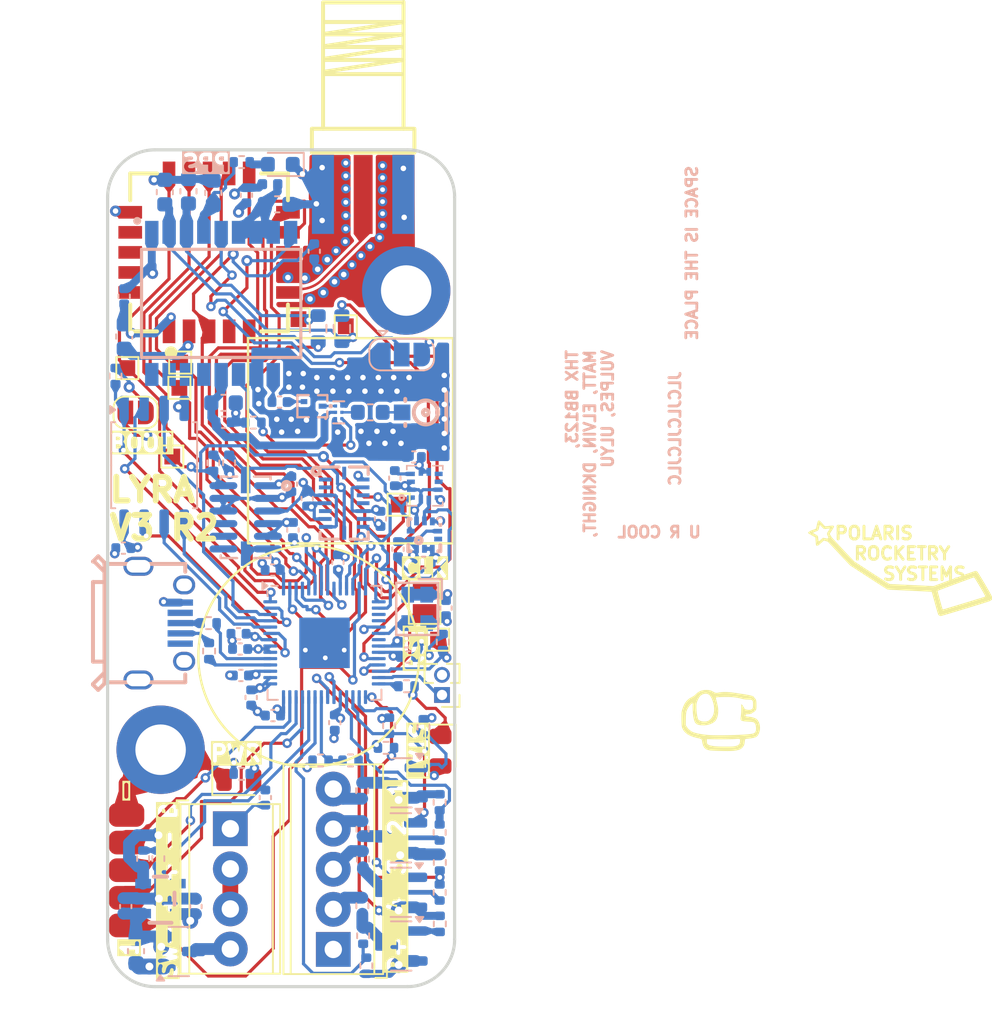
<source format=kicad_pcb>
(kicad_pcb (version 20240108) (generator "pcbnew") (generator_version "8.0")
  (layers (0 "F.Cu" signal) (1 "In1.Cu" power) (2 "In2.Cu" power) (31 "B.Cu" signal) (34 "B.Paste" user) (35 "F.Paste" user) (36 "B.SilkS" user "B.Silkscreen") (37 "F.SilkS" user "F.Silkscreen") (38 "B.Mask" user) (39 "F.Mask" user) (44 "Edge.Cuts" user))
  (net 0 "")
  (net 1 "GND")
  (net 2 "+3V3")
  (net 3 "+1V1")
  (net 4 "/BATT POSTSW")
  (net 5 "+BATT")
  (net 8 "Net-(D2-A)")
  (net 9 "/P4-")
  (net 10 "/P3-")
  (net 11 "/P2-")
  (net 12 "/P1-")
  (net 13 "/RUN")
  (net 14 "/BOOTSEL")
  (net 15 "/SWCLK")
  (net 16 "/SWD")
  (net 17 "/GPS 3v3")
  (net 18 "/USB_D-")
  (net 19 "/USB_D+")
  (net 20 "/SCL")
  (net 21 "/VCC RF")
  (net 22 "/BRKOUT4")
  (net 23 "/BRKOUT3")
  (net 24 "/BRKOUT2")
  (net 25 "/BRKOUT1")
  (net 26 "Net-(IC1-1PPS)")
  (net 27 "/P1 EN ")
  (net 28 "/P2 EN ")
  (net 29 "/P3 EN ")
  (net 30 "/P4 EN ")
  (net 31 "/BATT SENSE ")
  (net 32 "/P1 CONT ")
  (net 33 "/P3 CONT ")
  (net 34 "/RP USB_D+")
  (net 35 "/RP USB_D-")
  (net 36 "/P2 CONT ")
  (net 37 "/QSPI_SS")
  (net 38 "/P4 CONT ")
  (net 39 "Net-(D3-K)")
  (net 40 "/SDA")
  (net 41 "/GPS_RST")
  (net 42 "/ANT OFF")
  (net 43 "/QSPI_SD1")
  (net 44 "/QSPI_SD2")
  (net 45 "/QSPI_SDO")
  (net 46 "/QSPI_SCLK")
  (net 47 "/QSPI_SD3")
  (net 48 "/XIN")
  (net 51 "/LEDINDICATION")
  (net 55 "/BUZZER")
  (net 63 "/SX CS")
  (net 64 "Net-(FL1-OUT)")
  (net 65 "/GPSTX")
  (net 66 "/GPSRX")
  (net 68 "/BUSY")
  (net 69 "/MISO")
  (net 70 "/MOSI")
  (net 71 "/SCK")
  (net 73 "/ANT IN")
  (net 74 "Net-(FL1-IN)")
  (net 75 "/SX RST")
  (net 83 "Net-(AE3-A)")
  (net 84 "/RXEN")
  (net 85 "/TXEN")
  (net 89 "Net-(U4-C1)")
  (net 92 "Net-(U10-RFIN)")
  (net 95 "Net-(Q2-D)")
  (net 96 "Net-(Q4-D)")
  (net 97 "Net-(Q5-D)")
  (net 98 "Net-(Q9-D)")
  (net 99 "/MCURX")
  (net 100 "/MCUTX")
  (net 101 "/BATT RAW")
  (net 102 "/ANTGPS")
  (net 103 "Net-(D4-A)")
  (net 104 "/GPSWKUP")
  (footprint "Connector_PinHeader_1.27mm:PinHeader_1x02_P1.27mm_Vertical" (layer "F.Cu") (at 205.8 102.55 180)
    (property "Reference" "BZ1" (hide yes))
    (property "Value" "Buzzer")
  )
  (footprint "LOGO" (layer "F.Cu") (at 225.05 104.4 90)
    (property "Reference" "G***" (hide yes))
    (property "Value" "LOGO" (hide yes))
  )
  (footprint "Jumper:SolderJumper-2_P1.3mm_Open_RoundedPad1.0x1.5mm" (layer "F.Cu") (at 186.3748 84.6582)
    (property "Reference" "J4" (hide yes))
    (property "Value" "Conn_01x02")
  )
  (footprint "TestPoint:TestPoint_Pad_1.0x1.0mm" (layer "F.Cu") (at 205.55 99.05)
    (property "Reference" "TP1" (hide yes))
    (property "Value" "TestPoint")
  )
  (footprint "TerminalBlock_Phoenix:TerminalBlock_Phoenix_MPT-0,5-5-2.54_1x05_P2.54mm_Horizontal" (layer "F.Cu") (at 198.9074 118.6688 90)
    (property "Reference" "J6" (hide yes))
    (property "Value" "Screw_Terminal_01x05")
  )
  (footprint "TestPoint:TestPoint_Pad_1.0x1.0mm" (layer "F.Cu") (at 185.85 81.85)
    (property "Reference" "TP5" (hide yes))
    (property "Value" "TestPoint")
  )
  (footprint ".pretty:WIRELM-SMD_E22-400MM22S" (layer "F.Cu") (at 191.0334 74.5198 90)
    (property "Reference" "U1" (hide yes))
    (property "Value" "E22-900MM22S")
  )
  (footprint "TestPoint:TestPoint_Pad_1.0x1.0mm" (layer "F.Cu") (at 189.15 83.1)
    (property "Reference" "TP7" (hide yes))
    (property "Value" "TestPoint")
  )
  (footprint "LOGO" (layer "F.Cu") (at 234.7148 97.128 10)
    (property "Reference" "G***" (hide yes))
    (property "Value" "LOGO" (hide yes))
  )
  (footprint "MountingHole:MountingHole_3.2mm_M3_DIN965_Pad" (layer "F.Cu") (at 203.5302 76.9366)
    (property "Reference" "H1" (hide yes))
    (property "Value" "MountingHole_Pad")
  )
  (footprint "TerminalBlock_Phoenix:TerminalBlock_Phoenix_MPT-0,5-4-2.54_1x04_P2.54mm_Horizontal" (layer "F.Cu") (at 192.3796 111.0234 -90)
    (property "Reference" "J2" (hide yes))
    (property "Value" "Screw_Terminal_01x04")
  )
  (footprint ".pretty:Pad_01x_05" (layer "F.Cu") (at 185.8 119.65)
    (property "Reference" "J5" (hide yes))
    (property "Value" "Conn_01x05")
  )
  (footprint "TestPoint:TestPoint_Pad_1.0x1.0mm" (layer "F.Cu") (at 196.7 78.75)
    (property "Reference" "TP9" (hide yes))
    (property "Value" "TestPoint")
  )
  (footprint "Jumper:SolderJumper-2_P1.3mm_Open_Pad1.0x1.5mm" (layer "F.Cu") (at 204.7 96.65 -90)
    (property "Reference" "J1" (hide yes))
    (property "Value" "Conn_01x02")
  )
  (footprint "MountingHole:MountingHole_3.2mm_M3_DIN965_Pad" (layer "F.Cu") (at 187.96 106.0196)
    (property "Reference" "H2" (hide yes))
    (property "Value" "MountingHole_Pad")
  )
  (footprint "TestPoint:TestPoint_Pad_1.0x1.0mm" (layer "F.Cu") (at 203.05 90.5)
    (property "Reference" "TP4" (hide yes))
    (property "Value" "TestPoint")
  )
  (footprint "TestPoint:TestPoint_Pad_1.0x1.0mm" (layer "F.Cu") (at 199.7 79.2)
    (property "Reference" "TP8" (hide yes))
    (property "Value" "TestPoint")
  )
  (footprint ".pretty:CONN-SMD_KH-SMA-KE8-G" (layer "F.Cu") (at 200.8 70.85)
    (property "Reference" "AE3" (hide yes))
    (property "Value" "Antenna_Shield")
  )
  (footprint "TestPoint:TestPoint_Pad_1.0x1.0mm" (layer "F.Cu") (at 188.7 87.45)
    (property "Reference" "TP3" (hide yes))
    (property "Value" "TestPoint")
  )
  (footprint "TestPoint:TestPoint_Pad_1.0x1.0mm" (layer "F.Cu") (at 189.2 81.5)
    (property "Reference" "TP6" (hide yes))
    (property "Value" "TestPoint")
  )
  (footprint "LED_SMD:LED_0805_2012Metric" (layer "F.Cu") (at 192.92 107.93)
    (property "Reference" "D2" (hide yes))
    (property "Value" "LED")
  )
  (footprint "LED_SMD:LED_0805_2012Metric" (layer "F.Cu") (at 205.7 106.1125 -90)
    (property "Reference" "D3" (hide yes))
    (property "Value" "LED")
  )
  (footprint "Capacitor_SMD:C_0402_1005Metric" (layer "B.Cu") (at 185.65 77.3 90)
    (property "Reference" "C10" (hide yes))
    (property "Value" "10n")
  )
  (footprint "Capacitor_SMD:C_0402_1005Metric" (layer "B.Cu") (at 197.7 74.45 -90)
    (property "Reference" "C29" (hide yes))
    (property "Value" "100n")
  )
  (footprint "Resistor_SMD:R_0402_1005Metric" (layer "B.Cu") (at 191.034107 99.771907 90)
    (property "Reference" "R18" (hide yes))
    (property "Value" "22R")
  )
  (footprint "Resistor_SMD:R_0402_1005Metric" (layer "B.Cu") (at 200.79 112.95 90)
    (property "Reference" "R7" (hide yes))
    (property "Value" "10")
  )
  (footprint "Capacitor_SMD:C_0603_1608Metric" (layer "B.Cu") (at 188.225 70.7 90)
    (property "Reference" "C35" (hide yes))
    (property "Value" "56p")
  )
  (footprint "Capacitor_SMD:C_0402_1005Metric" (layer "B.Cu") (at 194.6 109.05 -90)
    (property "Reference" "C3" (hide yes))
    (property "Value" "100n")
  )
  (footprint "Capacitor_SMD:C_0402_1005Metric" (layer "B.Cu") (at 193.05 101.3159 180)
    (property "Reference" "C18" (hide yes))
    (property "Value" "1u")
  )
  (footprint "Resistor_SMD:R_0402_1005Metric" (layer "B.Cu") (at 203.55 102)
    (property "Reference" "R28" (hide yes))
    (property "Value" "1k")
  )
  (footprint "Package_TO_SOT_SMD:SOT-23" (layer "B.Cu") (at 203.2254 108.1137 180)
    (property "Reference" "Q4" (hide yes))
    (property "Value" "AO3400A")
  )
  (footprint "Package_TO_SOT_SMD:SOT-23" (layer "B.Cu") (at 189.1125 118.8)
    (property "Reference" "Q1" (hide yes))
    (property "Value" "AO3401A")
  )
  (footprint "Resistor_SMD:R_0402_1005Metric" (layer "B.Cu") (at 193.84 85.3 180)
    (property "Reference" "R30" (hide yes))
    (property "Value" "10k")
  )
  (footprint "Resistor_SMD:R_0402_1005Metric" (layer "B.Cu") (at 186.85 112.91 90)
    (property "Reference" "R2" (hide yes))
    (property "Value" "30k")
  )
  (footprint "Resistor_SMD:R_0402_1005Metric" (layer "B.Cu") (at 191.3 87.85 -90)
    (property "Reference" "R13" (hide yes))
    (property "Value" "5.1k")
  )
  (footprint "Resistor_SMD:R_0402_1005Metric" (layer "B.Cu") (at 193.1 107.55 180)
    (property "Reference" "R3" (hide yes))
    (property "Value" "1k")
  )
  (footprint "Capacitor_SMD:C_0402_1005Metric" (layer "B.Cu") (at 199.2 94.15 90)
    (property "Reference" "C24" (hide yes))
    (property "Value" "100n")
  )
  (footprint "Capacitor_SMD:C_0402_1005Metric" (layer "B.Cu") (at 201.9 91.4 -90)
    (property "Reference" "C1" (hide yes))
    (property "Value" "100n")
  )
  (footprint "Jumper:SolderJumper-3_P1.3mm_Open_RoundedPad1.0x1.5mm" (layer "B.Cu") (at 203.2425 80.9925)
    (property "Reference" "JP1" (hide yes))
    (property "Value" "SolderJumper_3_Open")
  )
  (footprint "Package_TO_SOT_SMD:SOT-23" (layer "B.Cu") (at 203.2125 118.45 180)
    (property "Reference" "Q9" (hide yes))
    (property "Value" "AO3400A")
  )
  (footprint "Capacitor_SMD:C_0402_1005Metric" (layer "B.Cu") (at 204.633848 94.153269)
    (property "Reference" "C12" (hide yes))
    (property "Value" "100n")
  )
  (footprint "easyeda2kicad:SENSORM-SMD_BMP388" (layer "B.Cu") (at 204.684648 92.426069 -90)
    (property "Reference" "U3" (hide yes))
    (property "Value" "BMP388")
  )
  (footprint "Resistor_SMD:R_0402_1005Metric" (layer "B.Cu") (at 191 98)
    (property "Reference" "R15" (hide yes))
    (property "Value" "22R")
  )
  (footprint "Package_SO:SOIC-8_5.23x5.23mm_P1.27mm" (layer "B.Cu") (at 187.55 88 -90)
    (property "Reference" "U9" (hide yes))
    (property "Value" "W25Q128JVS")
  )
  (footprint "Resistor_SMD:R_0402_1005Metric" (layer "B.Cu") (at 205.65 115.06 90)
    (property "Reference" "R20" (hide yes))
    (property "Value" "30k")
  )
  (footprint "Resistor_SMD:R_0402_1005Metric" (layer "B.Cu") (at 192.3 87.85 90)
    (property "Reference" "R16" (hide yes))
    (property "Value" "5.1k")
  )
  (footprint "Capacitor_SMD:C_0402_1005Metric" (layer "B.Cu") (at 191.95 85.28 180)
    (property "Reference" "C28" (hide yes))
    (property "Value" "1n")
  )
  (footprint "Capacitor_SMD:C_0402_1005Metric" (layer "B.Cu") (at 203.5446 99.1823)
    (property "Reference" "C21" (hide yes))
    (property "Value" "100n")
  )
  (footprint ".pretty:LGA-6_L1.1-W0.7-P0.40-BL" (layer "B.Cu") (at 199.25 84.65 90)
    (property "Reference" "U10" (hide yes))
    (property "Value" "MXDLN16TL")
  )
  (footprint "Resistor_SMD:R_0402_1005Metric" (layer "B.Cu") (at 205.85 99.2 -90)
    (property "Reference" "R1" (hide yes))
    (property "Value" "5.1k")
  )
  (footprint "Capacitor_SMD:C_0402_1005Metric" (layer "B.Cu") (at 195.5 84 180)
    (property "Reference" "C33" (hide yes))
    (property "Value" "120p")
  )
  (footprint "Capacitor_SMD:C_0402_1005Metric" (layer "B.Cu") (at 203.008248 93.317669 -90)
    (property "Reference" "C4" (hide yes))
    (property "Value" "100n")
  )
  (footprint "Resistor_SMD:R_0402_1005Metric" (layer "B.Cu") (at 205.65 111.26 90)
    (property "Reference" "R24" (hide yes))
    (property "Value" "30k")
  )
  (footprint "Package_TO_SOT_SMD:SOT-23" (layer "B.Cu") (at 203.1875 115.05 180)
    (property "Reference" "Q5" (hide yes))
    (property "Value" "AO3400A")
  )
  (footprint "Resistor_SMD:R_0402_1005Metric" (layer "B.Cu") (at 204.629305 104.597884 -90)
    (property "Reference" "R17" (hide yes))
    (property "Value" "1k")
  )
  (footprint "Resistor_SMD:R_0402_1005Metric" (layer "B.Cu") (at 200.76 111.05 90)
    (property "Reference" "R6" (hide yes))
    (property "Value" "10")
  )
  (footprint ".pretty:FILTER-SMD_5P-L1.4-W1.1-L" (layer "B.Cu") (at 197.64 84.26 180)
    (property "Reference" "FL1" (hide yes))
    (property "Value" "SAFEA1G58KA0F00R15")
  )
  (footprint "Resistor_SMD:R_0402_1005Metric" (layer "B.Cu") (at 205.66 113.16 90)
    (property "Reference" "R21" (hide yes))
    (property "Value" "50k")
  )
  (footprint "Capacitor_SMD:C_0402_1005Metric" (layer "B.Cu") (at 195.0828 103.8559 180)
    (property "Reference" "C23" (hide yes))
    (property "Value" "100n")
  )
  (footprint "easyeda2kicad:OSC-SMD_4P-L2.0-W1.6-BL" (layer "B.Cu") (at 204.2268 97.0995 -90)
    (property "Reference" "X2" (hide yes))
    (property "Value" "SX1M12.000M10F30TNN")
  )
  (footprint "Capacitor_SMD:C_0402_1005Metric" (layer "B.Cu") (at 193.4 70.9 -90)
    (property "Reference" "C14" (hide yes))
    (property "Value" "10n")
  )
  (footprint "Capacitor_SMD:C_0402_1005Metric" (layer "B.Cu") (at 192.9 98.6743 180)
    (property "Reference" "C17" (hide yes))
    (property "Value" "100n")
  )
  (footprint "Capacitor_SMD:C_0402_1005Metric" (layer "B.Cu") (at 197.25 90.105 -90)
    (property "Reference" "C2" (hide yes))
    (property "Value" "100n")
  )
  (footprint "Capacitor_SMD:C_0402_1005Metric" (layer "B.Cu") (at 203.65 100.1475)
    (property "Reference" "C16" (hide yes))
    (property "Value" "100n")
  )
  (footprint "Package_DFN_QFN:QFN-56-1EP_7x7mm_P0.4mm_EP3.2x3.2mm" (layer "B.Cu") (at 198.35 99.25 -90)
    (property "Reference" "U8" (hide yes))
    (property "Value" "RP2040")
  )
  (footprint "Resistor_SMD:R_0402_1005Metric" (layer "B.Cu") (at 200.7362 108.6124 -90)
    (property "Reference" "R5" (hide yes))
    (property "Value" "10")
  )
  (footprint "Resistor_SMD:R_0402_1005Metric" (layer "B.Cu") (at 193.1 68.8)
    (property "Reference" "R29" (hide yes))
    (property "Value" "1k")
  )
  (footprint "Resistor_SMD:R_0603_1608Metric" (layer "B.Cu") (at 197.95 79.35 90)
    (property "Reference" "R19" (hide yes))
    (property "Value" "0")
  )
  (footprint "Resistor_SMD:R_0402_1005Metric" (layer "B.Cu") (at 202.45 104.5 -90)
    (property "Reference" "R10" (hide yes))
    (property "Value" "1k")
  )
  (footprint ".pretty:ANT-SMD_1909763-1" (layer "B.Cu") (at 204.02 84.6582 -90)
    (property "Reference" "AE2" (hide yes))
    (property "Value" "Antenna_Shield")
  )
  (footprint "Package_TO_SOT_SMD:SOT-23" (layer "B.Cu") (at 203.1875 111.6 180)
    (property "Reference" "Q2" (hide yes))
    (property "Value" "AO3400A")
  )
  (footprint "Resistor_SMD:R_0402_1005Metric" (layer "B.Cu") (at 200 106.7 180)
    (property "Reference" "R26" (hide yes))
    (property "Value" "30k")
  )
  (footprint "Resistor_SMD:R_0402_1005Metric" (layer "B.Cu") (at 198.1 106.7 180)
    (property "Reference" "R27" (hide yes))
    (property "Value" "50k")
  )
  (footprint "Capacitor_SMD:C_0603_1608Metric" (layer "B.Cu") (at 191.95 84.05)
    (property "Reference" "C30" (hide yes))
    (property "Value" "56p")
  )
  (footprint "Resistor_SMD:R_0402_1005Metric" (layer "B.Cu") (at 205.65 109.35 90)
    (property "Reference" "R25" (hide yes))
    (property "Value" "50k")
  )
  (footprint "Capacitor_SMD:C_0603_1608Metric" (layer "B.Cu") (at 195.35 71.475)
    (property "Reference" "C34" (hide yes))
    (property "Value" "56p")
  )
  (footprint "Resistor_SMD:R_0603_1608Metric" (layer "B.Cu") (at 199.45 79.35 90)
    (property "Reference" "R9" (hide yes))
    (property "Value" "0")
  )
  (footprint "Inductor_SMD:L_0603_1608Metric" (layer "B.Cu") (at 201.25 84.65 180)
    (property "Reference" "L4" (hide yes))
    (property "Value" "14n")
  )
  (footprint "Capacitor_SMD:C_0603_1608Metric" (layer "B.Cu") (at 185.65 79.85 -90)
    (property "Reference" "C11" (hide yes))
    (property "Value" "10u")
  )
  (footprint "Capacitor_SMD:C_0603_1608Metric" (layer "B.Cu") (at 186.4 118.775 -90)
    (property "Reference" "C7" (hide yes))
    (property "Value" "10u")
  )
  (footprint "easyeda2kicad:LGA-16_L4.5-W3.0-P0.50-BL" (layer "B.Cu") (at 199.6 90.405)
    (property "Reference" "U2" (hide yes))
    (property "Value" "BMI088")
  )
  (footprint "Capacitor_SMD:C_0603_1608Metric" (layer "B.Cu") (at 189.725 70.65 90)
    (property "Reference" "C31" (hide yes))
    (property "Value" "56p")
  )
  (footprint "Resistor_SMD:R_0402_1005Metric" (layer "B.Cu") (at 205.66 117.05 -90)
    (property "Reference" "R12" (hide yes))
    (property "Value" "1k")
  )
  (footprint "Capacitor_SMD:C_0402_1005Metric" (layer "B.Cu") (at 204.0128 87.4776 180)
    (property "Reference" "C9" (hide yes))
    (property "Value" "100n")
  )
  (footprint "Capacitor_SMD:C_0402_1005Metric" (layer "B.Cu") (at 206.05 97.05 -90)
    (property "Reference" "C13" (hide yes))
    (property "Value" "100n")
  )
  (footprint "LED_SMD:LED_0603_1608Metric" (layer "B.Cu") (at 195.55 68.95 180)
    (property "Reference" "D4" (hide yes))
    (property "Value" "LED")
  )
  (footprint "Capacitor_SMD:C_0402_1005Metric" (layer "B.Cu") (at 195.0649 94.6364 180)
    (property "Reference" "C25" (hide yes))
    (property "Value" "100n")
  )
  (footprint "Capacitor_SMD:C_0402_1005Metric" (layer "B.Cu") (at 193.6997 102.7103 -90)
    (property "Reference" "C19" (hide yes))
    (property "Value" "1u")
  )
  (footprint "Capacitor_SMD:C_0402_1005Metric" (layer "B.Cu") (at 196.25 89.2 -90)
    (property "Reference" "C50" (hide yes))
    (property "Value" "100n")
  )
  (footprint "Capacitor_SMD:C_0402_1005Metric" (layer "B.Cu") (at 202.8075 88.82 -90)
    (property "Reference" "C8" (hide yes))
    (property "Value" "100n")
  )
  (footprint "easyeda2kicad:MICRO-USB-SMD_U254-051T-4BHJ25-F2S" (layer "B.Cu") (at 188.0025 98 90)
    (property "Reference" "J7" (hide yes))
    (property "Value" "USB_B_Micro")
  )
  (footprint "Capacitor_SMD:C_0402_1005Metric" (layer "B.Cu") (at 193 99.6395 180)
    (property "Reference" "C26" (hide yes))
    (property "Value" "100n")
  )
  (footprint "easyeda2kicad:LGA-14_L5.0-W3.0-P0.80-BL" (layer "B.Cu") (at 193.35 91.3 -90)
    (property "Reference" "U5" (hide yes))
    (property "Value" "ADXL375BCCZ-RL7")
  )
  (footprint "Resistor_SMD:R_0402_1005Metric" (layer "B.Cu") (at 201 119.7 -90)
    (property "Reference" "R23" (hide yes))
    (property "Value" "50k")
  )
  (footprint "Capacitor_SMD:C_0402_1005Metric" (layer "B.Cu") (at 196.35 92.105 90)
    (property "Reference" "C32" (hide yes))
    (property "Value" "1u")
  )
  (footprint "Resistor_SMD:R_0402_1005Metric" (layer "B.Cu") (at 200.8 117.8 -90)
    (property "Reference" "R22" (hide yes))
    (property "Value" "30k")
  )
  (footprint "Capacitor_SMD:C_0603_1608Metric" (layer "B.Cu") (at 191.3 70.75 90)
    (property "Reference" "C20" (hide yes))
    (property "Value" "56p")
  )
  (footprint "Capacitor_SMD:C_0402_1005Metric" (layer "B.Cu") (at 199 104.3 -90)
    (property "Reference" "C22" (hide yes))
    (property "Value" "100n")
  )
  (footprint "Resistor_SMD:R_0402_1005Metric" (layer "B.Cu") (at 200.75 115.9 90)
    (property "Reference" "R8" (hide yes))
    (property "Value" "10")
  )
  (footprint ".pretty:SOT-23-5_L2.9-W1.6-P0.95-LS2.8-BR" (layer "B.Cu") (at 187.95 115.45 180)
    (property "Reference" "U6" (hide yes))
    (property "Value" "RT9013-33GB_C19268157")
  )
  (footprint "Inductor_SMD:L_0402_1005Metric" (layer "B.Cu") (at 194.9 70.2)
    (property "Reference" "L1" (hide yes))
    (property "Value" "27n")
  )
  (footprint ".pretty:LGA-12_L2.0-W2.0-P0.50-BL" (layer "B.Cu") (at 204.7075 89.3 90)
    (property "Reference" "U4" (hide yes))
    (property "Value" "LIS3MDLTR")
  )
  (footprint "Capacitor_SMD:C_0402_1005Metric" (layer "B.Cu") (at 185.75 115.95 90)
    (property "Reference" "C6" (hide yes))
    (property "Value" "1u")
  )
  (footprint "SamacSys_Parts:SON110P970X1010X230-18N" (layer "B.Cu") (at 191.8 77.75 -90)
    (property "Reference" "IC1" (hide yes))
    (property "Value" "TESEO-LIV3F" (hide yes))
  )
  (footprint "Capacitor_SMD:C_0402_1005Metric" (layer "B.Cu") (at 185.6 93.25 180)
    (property "Reference" "C27" (hide yes))
    (property "Value" "100n")
  )
  (footprint "Resistor_SMD:R_0402_1005Metric" (layer "B.Cu") (at 202.25 105.9)
    (property "Reference" "R11" (hide yes))
    (property "Value" "1k")
  )
  (footprint "Resistor_SMD:R_0402_1005Metric" (layer "B.Cu") (at 185.1 82.35 90)
    (property "Reference" "R14" (hide yes))
    (property "Value" "1k")
  )
  (footprint "Capacitor_SMD:C_0402_1005Metric" (layer "B.Cu") (at 190.2 115.95 90)
    (property "Reference" "C5" (hide yes))
    (property "Value" "1u")
  )
  (footprint "Resistor_SMD:R_0402_1005Metric" (layer "B.Cu") (at 187.8152 112.9163 -90)
    (property "Reference" "R4" (hide yes))
    (property "Value" "50k")
  )
  (gr_rect (start 193.5 79.95) (end 206.5 92.95) (stroke (width 0.15)) (fill none) (layer "F.SilkS"))
  (gr_circle (center 197.35 100.1) (end 204.35 100.1) (stroke (width 0.15)) (fill none) (layer "F.SilkS"))
  (gr_arc (start 203.6 68.025) (mid 205.72132 68.90368) (end 206.6 71.025) (stroke (width 0.2)) (layer "Edge.Cuts"))
  (gr_arc (start 206.6 118.025) (mid 205.72132 120.14632) (end 203.6 121.025) (stroke (width 0.2)) (layer "Edge.Cuts"))
  (gr_line (start 206.6 71.025) (end 206.6 118.025) (stroke (width 0.2)) (layer "Edge.Cuts"))
  (gr_arc (start 187.6 121.025) (mid 185.47868 120.14632) (end 184.6 118.025) (stroke (width 0.2)) (layer "Edge.Cuts"))
  (gr_line (start 184.6 118.025) (end 184.6 71.025) (stroke (width 0.2)) (layer "Edge.Cuts"))
  (gr_arc (start 184.6 71.025) (mid 185.47868 68.90368) (end 187.6 68.025) (stroke (width 0.2)) (layer "Edge.Cuts"))
  (gr_line (start 203.6 121.025) (end 187.6 121.025) (stroke (width 0.2)) (layer "Edge.Cuts"))
  (gr_line (start 187.6 68.025) (end 203.6 68.025) (stroke (width 0.2)) (layer "Edge.Cuts"))
  (gr_text "SPACE IS THE PLACE" (at 222.05 68.95 90) (layer "B.SilkS") (effects (font (size 0.7 0.7) (thickness 0.175) (bold yes)) (justify left bottom mirror)))
  (gr_text "PPS" (at 192.5 69.45 0) (layer "B.SilkS" knockout) (effects (font (size 1 1) (thickness 0.25) (bold yes)) (justify left bottom mirror)))
  (gr_text "U R COOL" (at 222.3 92.65 0) (layer "B.SilkS") (effects (font (size 0.7 0.7) (thickness 0.175) (bold yes)) (justify left bottom mirror)))
  (gr_text "THX BB123, \nMATT, ELVIN, DKNIGHT,\nVULPES, ULYU" (at 216.7128 80.6196 90) (layer "B.SilkS") (effects (font (size 0.7 0.7) (thickness 0.175) (bold yes)) (justify left bottom mirror)))
  (gr_text "JLCJLCJLCJLC" (at 220.98 81.9658 90) (layer "B.SilkS") (effects (font (size 0.7 0.7) (thickness 0.175) (bold yes)) (justify left bottom mirror)))
  (gr_text "-" (at 186.3 109.4 90) (layer "F.SilkS" knockout) (effects (font (size 1 1) (thickness 0.25) (bold yes)) (justify left bottom)))
  (gr_text "STAT" (at 203.65 104.2 -90) (layer "F.SilkS" knockout) (effects (font (size 1 1) (thickness 0.25) (bold yes)) (justify left bottom)))
  (gr_text "PWR" (at 191 106.85 0) (layer "F.SilkS" knockout) (effects (font (size 1 1) (thickness 0.25) (bold yes)) (justify left bottom)))
  (gr_text "BOOT" (at 184.6 87.2 0) (layer "F.SilkS" knockout) (effects (font (size 1 1) (thickness 0.25) (bold yes)) (justify left bottom)))
  (gr_text "P+  4  3  2  1" (at 203.55 120.3 90) (layer "F.SilkS" knockout) (effects (font (size 1 1) (thickness 0.25) (bold yes)) (justify left bottom)))
  (gr_text "CLK" (at 203.15 95.15 0) (layer "F.SilkS" knockout) (effects (font (size 1 1) (thickness 0.25) (bold yes)) (justify left bottom)))
  (gr_text "1" (at 186.6 119.2 90) (layer "F.SilkS" knockout) (effects (font (size 1 1) (thickness 0.25) (bold yes)) (justify left bottom)))
  (gr_text "POLARIS\n  ROCKETRY \n     SYSTEMS" (at 230.6 95.35 0) (layer "F.SilkS") (effects (font (size 0.8 0.8) (thickness 0.1875) (bold yes)) (justify left bottom)))
  (gr_text "SW- + + - B" (at 189.05 120.65 90) (layer "F.SilkS" knockout) (effects (font (size 1 1) (thickness 0.25) (bold yes)) (justify left bottom)))
  (gr_text "LYRA\nV3 R2" (at 184.55 92.85 0) (layer "F.SilkS") (effects (font (size 1.5 1.5) (thickness 0.375) (bold yes)) (justify left bottom)))
  (gr_text "RST" (at 204.69 101.1875 90) (layer "F.SilkS" knockout) (effects (font (size 1 1) (thickness 0.25) (bold yes)) (justify left bottom)))
  (segment (start 191.9825 107.93) (end 190.0721 106.0196) (width 0.2) (layer "F.Cu") (net 1))
  (segment (start 185.8 108.1796) (end 187.96 106.0196) (width 1) (layer "F.Cu") (net 1))
  (segment (start 190.0721 106.0196) (end 187.96 106.0196) (width 0.2) (layer "F.Cu") (net 1))
  (segment (start 186.0334 71.9798) (end 185.1798 71.9798) (width 0.5) (layer "F.Cu") (net 1))
  (segment (start 185.7248 85.4132) (end 186.4116 86.1) (width 0.2) (layer "F.Cu") (net 1))
  (segment (start 186.4116 86.1) (end 187.084891 86.1) (width 0.2) (layer "F.Cu") (net 1))
  (segment (start 185.7248 84.6582) (end 185.7248 85.4132) (width 0.2) (layer "F.Cu") (net 1))
  (segment (start 185.8 110.15) (end 185.8 108.1796) (width 1) (layer "F.Cu") (net 1))
  (segment (start 185.1798 71.9798) (end 185.1 71.9) (width 0.5) (layer "F.Cu") (net 1))
  (via (at 187.45 75.85) (size 0.7) (drill 0.35) (layers "F.Cu" "B.Cu") (net 1))
  (via (at 199.6694 73.8378) (size 0.6) (drill 0.3) (layers "F.Cu" "B.Cu") (net 1))
  (via (at 203.05 119.65) (size 1) (drill 0.5) (layers "F.Cu" "B.Cu") (net 1))
  (via (at 197.521086 90.636326) (size 0.6) (drill 0.3) (layers "F.Cu" "B.Cu") (net 1))
  (via (at 199.699998 71.3486) (size 0.6) (drill 0.3) (layers "F.Cu" "B.Cu") (net 1))
  (via (at 205.9432 85.06968) (size 0.7) (drill 0.35) (layers "F.Cu" "B.Cu") (net 1))
  (via (at 203.4 72.3) (size 0.7) (drill 0.35) (layers "F.Cu" "B.Cu") (net 1))
  (via (at 194.402874 94.213375) (size 0.6) (drill 0.3) (layers "F.Cu" "B.Cu") (net 1))
  (via (at 200.482317 88.65) (size 0.6) (drill 0.3) (layers "F.Cu" "B.Cu") (net 1))
  (via (at 200.090596 75.307232) (size 0.6) (drill 0.3) (layers "F.Cu" "B.Cu") (net 1))
  (via (at 197.8334 71.445622) (size 0.7) (drill 0.35) (layers "F.Cu" "B.Cu") (net 1))
  (via (at 205.9432 85.98916) (size 0.7) (drill 0.35) (layers "F.Cu" "B.Cu") (net 1))
  (via (at 198.9836 76.3778) (size 0.7) (drill 0.35) (layers "F.Cu" "B.Cu") (net 1))
  (via (at 198.95 105.3) (size 0.6) (drill 0.3) (layers "F.Cu" "B.Cu") (net 1))
  (via (at 199.6 99.709283) (size 0.6) (drill 0.3) (layers "F.Cu" "B.Cu") (net 1))
  (via (at 194.1047 103.5953) (size 0.6) (drill 0.3) (layers "F.Cu" "B.Cu") (net 1))
  (via (at 199.0852 74.422) (size 0.6) (drill 0.3) (layers "F.Cu" "B.Cu") (net 1))
  (via (at 197.4342 77.47) (size 0.7) (drill 0.35) (layers "F.Cu" "B.Cu") (net 1))
  (via (at 202.0316 69.788466) (size 0.6) (drill 0.3) (layers "F.Cu" "B.Cu") (net 1))
  (via (at 199.699998 72.1868) (size 0.6) (drill 0.3) (layers "F.Cu" "B.Cu") (net 1))
  (via (at 199.1868 85.9028) (size 0.7) (drill 0.35) (layers "F.Cu" "B.Cu") (net 1))
  (via (at 199.699998 68.8594) (size 0.6) (drill 0.3) (layers "F.Cu" "B.Cu") (net 1))
  (via (at 203.05 109.2) (size 1) (drill 0.5) (layers "F.Cu" "B.Cu") (net 1))
  (via (at 196.088 83.058) (size 0.7) (drill 0.35) (layers "F.Cu" "B.Cu") (net 1))
  (via (at 194.183 84.0994) (size 0.7) (drill 0.35) (layers "F.Cu" "B.Cu") (net 1))
  (via (at 195.6308 85.9028) (size 0.7) (drill 0.35) (layers "F.Cu" "B.Cu") (net 1))
  (via (at 185.1 71.9) (size 0.7) (drill 0.35) (layers "F.Cu" "B.Cu") (net 1))
  (via (at 201.168 86.614) (size 0.7) (drill 0.35) (layers "F.Cu" "B.Cu") (net 1))
  (via (at 202.184 86.614) (size 0.7) (drill 0.35) (layers "F.Cu" "B.Cu") (net 1))
  (via (at 203.708 82.4484) (size 0.7) (drill 0.35) (layers "F.Cu" "B.Cu") (net 1))
  (via (at 192.5 99.1) (size 0.6) (drill 0.3) (layers "F.Cu" "B.Cu") (net 1))
  (via (at 203.45 89.3) (size 0.6) (drill 0.3) (layers "F.Cu" "B.Cu") (net 1))
  (via (at 196.030275 76.109798) (size 0.7) (drill 0.35) (layers "F.Cu" "B.Cu") (net 1))
  (via (at 197.2056 85.1408) (size 0.7) (drill 0.35) (layers "F.Cu" "B.Cu") (net 1))
  (via (at 199.699998 69.6722) (size 0.6) (drill 0.3) (layers "F.Cu" "B.Cu") (net 1))
  (via (at 203.05 116.2) (size 1) (drill 0.5) (layers "F.Cu" "B.Cu") (net 1))
  (via (at 198.4 100.2) (size 0.6) (drill 0.3) (layers "F.Cu" "B.Cu") (net 1))
  (via (at 204.5 99.15) (size 0.6) (drill 0.3) (layers "F.Cu" "B.Cu") (net 1))
  (via (at 198.2724 77.0636) (size 0.7) (drill 0.35) (layers "F.Cu" "B.Cu") (net 1))
  (via (at 187.084891 86.1) (size 0.7) (drill 0.35) (layers "F.Cu" "B.Cu") (net 1))
  (via (at 197.866 82.4484) (size 0.7) (drill 0.35) (layers "F.Cu" "B.Cu") (net 1))
  (via (at 195.659964 90.037965) (size 0.6) (drill 0.3) (layers "F.Cu" "B.Cu") (net 1))
  (via (at 202 104.05) (size 0.6) (drill 0.3) (layers "F.Cu" "B.Cu") (net 1))
  (via (at 202.692 85.852) (size 0.7) (drill 0.35) (layers "F.Cu" "B.Cu") (net 1))
  (via (at 200.85 98.4) (size 0.6) (drill 0.3) (layers "F.Cu" "B.Cu") (net 1))
  (via (at 205.9432 83.23072) (size 0.7) (drill 0.35) (layers "F.Cu" "B.Cu") (net 1))
  (via (at 185.05 93.6) (size 0.6) (drill 0.3) (layers "F.Cu" "B.Cu") (net 1))
  (via (at 197.9168 75.5904) (size 0.7) (drill 0.35) (layers "F.Cu" "B.Cu") (net 1))
  (via (at 205.9432 86.90864) (size 0.7) (drill 0.35) (layers "F.Cu" "B.Cu") (net 1))
  (via (at 200.66 85.852) (size 0.7) (drill 0.35) (layers "F.Cu" "B.Cu") (net 1))
  (via (at 203.2 86.614) (size 0.7) (drill 0.35) (layers "F.Cu" "B.Cu") (net 1))
  (via (at 195.326 85.09) (size 0.7) (drill 0.35) (layers "F.Cu" "B.Cu") (net 1))
  (via (at 187.25 119.75) (size 1) (drill 0.5) (layers "F.Cu" "B.Cu") (net 1))
  (via (at 200.914 83.312) (size 0.7) (drill 0.35) (layers "F.Cu" "B.Cu") (net 1))
  (via (at 187.85 115.45) (size 1) (drill 0.5) (layers "F.Cu" "B.Cu") (net 1))
  (via (at 202.0316 72.063465) (size 0.6) (drill 0.3) (layers "F.Cu" "B.Cu") (net 1))
  (via (at 203.35 69.2) (size 0.7) (drill 0.35) (layers "F.Cu" "B.Cu") (net 1))
  (via (at 189.1 84.3) (size 0.7) (drill 0.35) (layers "F.Cu" "B.Cu") (net 1))
  (via (at 202.0316 71.305132) (size 0.6) (drill 0.3) (layers "F.Cu" "B.Cu") (net 1))
  (via (at 205.7 91.526067) (size 0.6) (drill 0.3) (layers "F.Cu" "B.Cu") (net 1))
  (via (at 206.121 97.8916) (size 0.6) (drill 0.3) (layers "F.Cu" "B.Cu") (net 1))
  (via (at 202.0316 70.546799) (size 0.6) (drill 0.3) (layers "F.Cu" "B.Cu") (net 1))
  (via (at 195.95 91.625) (size 0.6) (drill 0.3) (layers "F.Cu" "B.Cu") (net 1))
  (via (at 199.898 83.312) (size 0.7) (drill 0.35) (layers "F.Cu" "B.Cu") (net 1))
  (via (at 197.25 107.15) (size 0.6) (drill 0.3) (layers "F.Cu" "B.Cu") (net 1))
  (via (at 197.866 83.312) (size 0.7) (drill 0.35) (layers "F.Cu" "B.Cu") (net 1))
  (via (at 202.946 83.312) (size 0.7) (drill 0.35) (layers "F.Cu" "B.Cu") (net 1))
  (via (at 198.839666 82.4484) (size 0.7) (drill 0.35) (layers "F.Cu" "B.Cu") (net 1))
  (via (at 201.760664 82.4484) (size 0.7) (drill 0.35) (layers "F.Cu" "B.Cu") (net 1))
  (via (at 200.786998 82.4484) (size 0.7) (drill 0.35) (layers "F.Cu" "B.Cu") (net 1))
  (via (at 196.2404 85.09) (size 0.7) (drill 0.35) (layers "F.Cu" "B.Cu") (net 1))
  (via (at 197.135025 99.709283) (size 0.6) (drill 0.3) (layers "F.Cu" "B.Cu") (net 1))
  (via (at 188.15 96.65) (size 0.6) (drill 0.3) (layers "F.Cu" "B.Cu") (net 1))
  (via (at 189.7 80.45) (size 0.7) (drill 0.35) (layers "F.Cu" "B.Cu") (net 1))
  (via (at 196.9516 83.058) (size 0.7) (drill 0.35) (layers "F.Cu" "B.Cu") (net 1))
  (via (at 192.35 101.3) (size 0.6) (drill 0.3) (layers "F.Cu" "B.Cu") (net 1))
  (via (at 199.699998 70.485) (size 0.6) (drill 0.3) (layers "F.Cu" "B.Cu") (net 1))
  (via (at 201.770687 91.7) (size 0.6) (drill 0.3) (layers "F.Cu" "B.Cu") (net 1))
  (via (at 197.0024 82.1944) (size 0.7) (drill 0.35) (layers "F.Cu" "B.Cu") (net 1))
  (via (at 205.15 104) (size 0.6) (drill 0.3) (layers "F.Cu" "B.Cu") (net 1))
  (via (at 203.15 112.7) (size 1) (drill 0.5) (layers "F.Cu" "B.Cu") (net 1))
  (via (at 198.882 83.312) (size 0.7) (drill 0.35) (layers "F.Cu" "B.Cu") (net 1))
  (via (at 199.5678 75.9206) (size 0.7) (drill 0.35) (layers "F.Cu" "B.Cu") (net 1))
  (via (at 196.6468 85.852) (size 0.7) (drill 0.35) (layers "F.Cu" "B.Cu") (net 1))
  (via (at 197.104 76.1492) (size 0.7) (drill 0.35) (layers "F.Cu" "B.Cu") (net 1))
  (via (at 205.4 93.85) (size 0.6) (drill 0.3) (layers "F.Cu" "B.Cu") (net 1))
  (via (at 196.088 82.1944) (size 0.7) (drill 0.35) (layers "F.Cu" "B.Cu") (net 1))
  (via (at 196.95 69.55) (size 0.7) (drill 0.35) (layers "F.Cu" "B.Cu") (net 1))
  (via (at 201.843088 73.580677) (size 0.6) (drill 0.3) (layers "F.Cu" "B.Cu") (net 1))
  (via (at 202.0316 72.8218) (size 0.6) (drill 0.3) (layers "F.Cu" "B.Cu") (net 1))
  (via (at 194.1322 83.2104) (size 0.7) (drill 0.35) (layers "F.Cu" "B.Cu") (net 1))
  (via (at 201.228048 74.15496) (size 0.6) (drill 0.3) (layers "F.Cu" "B.Cu") (net 1))
  (via (at 202.73433 82.4484) (size 0.7) (drill 0.35) (layers "F.Cu" "B.Cu") (net 1))
  (via (at 201.676 85.852) (size 0.7) (drill 0.35) (layers "F.Cu" "B.Cu") (net 1))
  (via (at 205.9432 82.31124) (size 0.7) (drill 0.35) (layers "F.Cu" "B.Cu") (net 1))
  (via (at 199.699998 73.025) (size 0.6) (drill 0.3) (layers "F.Cu" "B.Cu") (net 1))
  (via (at 205.9432 84.1502) (size 0.7) (drill 0.35) (layers "F.Cu" "B.Cu") (net 1))
  (via (at 187.543398 69.925) (size 0.7) (drill 0.35) (layers "F.Cu" "B.Cu") (net 1))
  (via (at 202.0316 69.030133) (size 0.6) (drill 0.3) (layers "F.Cu" "B.Cu") (net 1))
  (via (at 199.813332 82.4484) (size 0.7) (drill 0.35) (layers "F.Cu" "B.Cu") (net 1))
  (via (at 192.725 84.7) (size 0.6) (drill 0.3) (layers "F.Cu" "B.Cu") (net 1))
  (via (at 192.9 71.974998) (size 0.7) (drill 0.35) (layers "F.Cu" "B.Cu") (net 1))
  (via (at 200.65747 74.725539) (size 0.6) (drill 0.3) (layers "F.Cu" "B.Cu") (net 1))
  (via (at 201.93 83.312) (size 0.7) (drill 0.35) (layers "F.Cu" "B.Cu") (net 1))
  (via (at 198.2 72.5) (size 0.7) (drill 0.35) (layers "F.Cu" "B.Cu") (net 1))
  (via (at 198.2 69.15) (size 0.7) (drill 0.35) (layers "F.Cu" "B.Cu") (net 1))
  (via (at 204.050002 90.85) (size 0.6) (drill 0.3) (layers "F.Cu" "B.Cu") (net 1))
  (via (at 201.65 105.7) (size 0.6) (drill 0.3) (layers "F.Cu" "B.Cu") (net 1))
  (via (at 198.5264 74.9808) (size 0.7) (drill 0.35) (layers "F.Cu" "B.Cu") (net 1))
  (via (at 199.65 93.8) (size 0.6) (drill 0.3) (layers "F.Cu" "B.Cu") (net 1))
  (segment (start 204.15 119.4) (end 203.3 119.4) (width 0.75) (layer "B.Cu") (net 1))
  (segment (start 201.425 91.405) (end 200.8 91.405) (width 0.2) (layer "B.Cu") (net 1))
  (segment (start 204.4575 89.69) (end 204.3175 89.55) (width 0.2) (layer "B.Cu") (net 1))
  (segment (start 192.725 84.85) (end 192.725 85.105) (width 0.5) (layer "B.Cu") (net 1))
  (segment (start 194.5849 94.6364) (end 194.5849 94.395401) (width 0.2) (layer "B.Cu") (net 1))
  (segment (start 194.125 91.7) (end 194.76 91.7) (width 0.2) (layer "B.Cu") (net 1))
  (segment (start 194.3653 103.8559) (end 193.6997 103.1903) (width 0.2) (layer "B.Cu") (net 1))
  (segment (start 204.125 112.55) (end 204.225 112.65) (width 0.75) (layer "B.Cu") (net 1))
  (segment (start 203.45 89.3) (end 203.5775 89.3) (width 0.2) (layer "B.Cu") (net 1))
  (segment (start 198.4 91.405) (end 197.775 91.405) (width 0.2) (layer "B.Cu") (net 1))
  (segment (start 204.100002 90.8) (end 204.050002 90.85) (width 0.2) (layer "B.Cu") (net 1))
  (segment (start 186.6 119.75) (end 186.4 119.55) (width 1) (layer "B.Cu") (net 1))
  (segment (start 203.274709 86.614) (end 203.2 86.614) (width 0.2) (layer "B.Cu") (net 1))
  (segment (start 197.596815 74.826815) (end 197.7 74.93) (width 0.2) (layer "B.Cu") (net 1))
  (segment (start 194.6 109.53) (end 193.873 109.53) (width 0.2) (layer "B.Cu") (net 1))
  (segment (start 204.629305 104.087884) (end 205.062116 104.087884) (width 0.2) (layer "B.Cu") (net 1))
  (segment (start 194.76 90.1) (end 195.83 90.1) (width 0.2) (layer "B.Cu") (net 1))
  (segment (start 197.2 71.475) (end 197.804022 71.475) (width 0.5) (layer "B.Cu") (net 1))
  (segment (start 189.455 84.4) (end 189.2 84.4) (width 0.2) (layer "B.Cu") (net 1))
  (segment (start 204.125 112.55) (end 203.3 112.55) (width 0.75) (layer "B.Cu") (net 1))
  (segment (start 203.1863 109.0637) (end 203.05 109.2) (width 0.75) (layer "B.Cu") (net 1))
  (segment (start 192.7486 101.3159) (end 192.3659 101.3159) (width 0.2) (layer "B.Cu") (net 1))
  (segment (start 204.3175 89.55) (end 203.8275 89.55) (width 0.2) (layer "B.Cu") (net 1))
  (segment (start 197.655 90.405) (end 197.65 90.405) (width 0.2) (layer "B.Cu") (net 1))
  (segment (start 205.184648 93.296069) (end 205.184648 93.75) (width 0.2) (layer "B.Cu") (net 1))
  (segment (start 197.25 90.585) (end 197.43 90.405) (width 0.2) (layer "B.Cu") (net 1))
  (segment (start 203.5775 89.3) (end 203.8275 89.55) (width 0.2) (layer "B.Cu") (net 1))
  (segment (start 194.72 91.625) (end 194.69 91.655) (width 0.2) (layer "B.Cu") (net 1))
  (segment (start 197.596815 74.75) (end 197.596815 74.826815) (width 0.2) (layer "B.Cu") (net 1))
  (segment (start 197.59 106.7) (end 197.59 106.81) (width 0.2) (layer "B.Cu") (net 1))
  (segment (start 193.65 90.1) (end 193.575 90.175) (width 0.2) (layer "B.Cu") (net 1))
  (segment (start 189.2 84.4) (end 189.1 84.3) (width 0.2) (layer "B.Cu") (net 1))
  (segment (start 197.43 90.405) (end 197.65 90.405) (width 0.2) (layer "B.Cu") (net 1))
  (segment (start 197.65 90.405) (end 198.4 90.405) (width 0.2) (layer "B.Cu") (net 1))
  (segment (start 192.74 90.1) (end 193.65 90.1) (width 0.2) (layer "B.Cu") (net 1))
  (segment (start 197.7 91.33) (end 197.7 90.65) (width 0.2) (layer "B.Cu") (net 1))
  (segment (start 197.65 90.405) (end 197.65 90.507412) (width 0.2) (layer "B.Cu") (net 1))
  (segment (start 187.45 75.35) (end 187.45 75.85) (width 0.5) (layer "B.Cu") (net 1))
  (segment (start 188.85 69.925) (end 189.675 69.925) (width 0.5) (layer "B.Cu") (net 1))
  (segment (start 201.65 105.81) (end 201.65 105.7) (width 0.2) (layer "B.Cu") (net 1))
  (segment (start 185.65 80.625) (end 186.1 81.075) (width 0.5) (layer "B.Cu") (net 1))
  (segment (start 186.85 115.45) (end 187.85 115.45) (width 0.75) (layer "B.Cu") (net 1))
  (segment (start 205.669998 91.556069) (end 205.7 91.526067) (width 0.2) (layer "B.Cu") (net 1))
  (segment (start 204.8268 97.9995) (end 205.5805 97.9995) (width 0.2) (layer "B.Cu") (net 1))
  (segment (start 204.184648 91.556069) (end 204.184648 90.8) (width 0.2) (layer "B.Cu") (net 1))
  (segment (start 188.225 69.925) (end 188.85 69.925) (width 0.5) (layer "B.Cu") (net 1))
  (segment (start 204.5 99.6485) (end 204.001 100.1475) (width 0.2) (layer "B.Cu") (net 1))
  (segment (start 203.3 112.55) (end 203.15 112.7) (width 0.75) (layer "B.Cu") (net 1))
  (segment (start 205.184648 91.556069) (end 205.669998 91.556069) (width 0.2) (layer "B.Cu") (net 1))
  (segment (start 196.35 91.625) (end 196.05 91.625) (width 0.2) (layer "B.Cu") (net 1))
  (segment (start 187.925 115.375) (end 187.925 113.5361) (width 0.75) (layer "B.Cu") (net 1))
  (segment (start 192.725 84.85) (end 192.725 84.7) (width 0.5) (layer "B.Cu") (net 1))
  (segment (start 202.06 103.99) (end 202 104.05) (width 0.2) (layer "B.Cu") (net 1))
  (segment (start 201.72 91.7) (end 201.61 91.59) (width 0.2) (layer "B.Cu") (net 1))
  (segment (start 203.693849 94.763269) (end 204.503848 94.763269) (width 0.2) (layer "B.Cu") (net 1))
  (segment (start 205.5875 89.55) (end 204.5975 89.55) (width 0.2) (layer "B.Cu") (net 1))
  (segment (start 203.008248 94.077668) (end 203.693849 94.763269) (width 0.2) (layer "B.Cu") (net 1))
  (segment (start 190.2 115.47) (end 190.18 115.45) (width 0.75) (layer "B.Cu") (net 1))
  (segment (start 204.3866 108.84) (end 204.1629 109.0637) (width 0.5) (layer "B.Cu") (net 1))
  (segment (start 201 98.25) (end 200.85 98.4) (width 0.2) (layer "B.Cu") (net 1))
  (segment (start 197.804022 71.475) (end 197.8334 71.445622) (width 0.5) (layer "B.Cu") (net 1))
  (segment (start 205.5805 97.9995) (end 206.05 97.53) (width 0.2) (layer "B.Cu") (net 1))
  (segment (start 204.225 112.65) (end 205.66 112.65) (width 0.75) (layer "B.Cu") (net 1))
  (segment (start 196.3375 68.95) (end 196.35 68.95) (width 0.5) (layer "B.Cu") (net 1))
  (segment (start 199.1868 85.9028) (end 199.05 85.62965) (width 0.2) (layer "B.Cu") (net 1))
  (segment (start 192.43 85.28) (end 192.9 85.28) (width 0.5) (layer "B.Cu") (net 1))
  (segment (start 187.4 75.3) (end 187.4 73.25) (width 0.5) (layer "B.Cu") (net 1))
  (segment (start 186.456497 115.45) (end 186.85 115.45) (width 0.75) (layer "B.Cu") (net 1))
  (segment (start 193.65 90.1) (end 194.76 90.1) (width 0.2) (layer "B.Cu") (net 1))
  (segment (start 204.4575 90.41) (end 204.4575 90.18) (width 0.2) (layer "B.Cu") (net 1))
  (segment (start 187.85 115.45) (end 187.925 115.375) (width 0.75) (layer "B.Cu") (net 1))
  (segment (start 203.3 119.4) (end 203.05 119.65) (width 0.75) (layer "B.Cu") (net 1))
  (segment (start 193.873 109.53) (end 192.3796 111.0234) (width 0.2) (layer "B.Cu") (net 1))
  (segment (start 202.45 103.99) (end 202.06 103.99) (width 0.2) (layer "B.Cu") (net 1))
  (segment (start 205.66 116.54) (end 204.665 116.54) (width 0.5) (layer "B.Cu") (net 1))
  (segment (start 197.7 74.93) (end 197.7 75.3736) (width 0.2) (layer "B.Cu") (net 1))
  (segment (start 203.2 86.614) (end 203.2 86.539291) (width 0.2) (layer "B.Cu") (net 1))
  (segment (start 191.94 90.1) (end 191.94 90.9) (width 0.2) (layer "B.Cu") (net 1))
  (segment (start 192.9 71.974998) (end 192.9 71.78) (width 0.5) (layer "B.Cu") (net 1))
  (segment (start 196.35 91.625) (end 195.95 91.625) (width 0.2) (layer "B.Cu") (net 1))
  (segment (start 204.125 116) (end 203.25 116) (width 0.75) (layer "B.Cu") (net 1))
  (segment (start 204.503848 94.763269) (end 205.113848 94.153269) (width 0.2) (layer "B.Cu") (net 1))
  (segment (start 196.05 91.625) (end 195.95 91.625) (width 0.2) (layer "B.Cu") (net 1))
  (segment (start 203.35 87.35) (end 203.35 86.689291) (width 0.2) (layer "B.Cu") (net 1))
  (segment (start 203.008248 93.797669) (end 203.008248 94.077668) (width 0.2) (layer "B.Cu") (net 1))
  (segment (start 197.625 71.475) (end 198.25 70.85) (width 0.5) (layer "B.Cu") (net 1))
  (segment (start 185.6 115.42) (end 186.426497 115.42) (width 0.75) (layer "B.Cu") (net 1))
  (segment (start 192.5 99.1) (end 192.52 99.12) (width 0.2) (layer "B.Cu") (net 1))
  (segment (start 201.7875 98.25) (end 201 98.25) (width 0.2) (layer "B.Cu") (net 1))
  (segment (start 197.59 106.81) (end 197.25 107.15) (width 0.2) (layer "B.Cu") (net 1))
  (segment (start 186.1 81.075) (end 189.075 81.075) (width 0.5) (layer "B.Cu") (net 1))
  (segment (start 204.4575 89.69) (end 204.4575 90.18) (width 0.2) (layer "B.Cu") (net 1))
  (segment (start 204.684648 93.296069) (end 205.184648 93.296069) (width 0.2) (layer "B.Cu") (net 1))
  (segment (start 201.74 105.9) (end 201.65 105.81) (width 0.2) (layer "B.Cu") (net 1))
  (segment (start 192.9 71.78) (end 193.3 71.38) (width 0.5) (layer "B.Cu") (net 1))
  (segment (start 189.725 69.875) (end 191.2 69.875) (width 0.5) (layer "B.Cu") (net 1))
  (segment (start 203.3775 87.45) (end 203.3775 87.3775) (width 0.2) (layer "B.Cu") (net 1))
  (segment (start 204.5975 89.55) (end 204.4575 89.69) (width 0.2) (layer "B.Cu") (net 1))
  (segment (start 193.31 85.28) (end 193.33 85.3) (width 0.5) (layer "B.Cu") (net 1))
  (segment (start 191.2 69.875) (end 191.3 69.975) (width 0.5) (layer "B.Cu") (net 1))
  (segment (start 197.8 90.55) (end 197.655 90.405) (width 0.2) (layer "B.Cu") (net 1))
  (segment (start 201.61 91.59) (end 201.425 91.405) (width 0.2) (layer "B.Cu") (net 1))
  (segment (start 200.545 88.65) (end 200.482317 88.65) (width 0.2) (layer "B.Cu") (net 1))
  (segment (start 204.665 116.54) (end 204.125 116) (width 0.5) (layer "B.Cu") (net 1))
  (segment (start 197.7 90.65) (end 197.8 90.55) (width 0.2) (layer "B.Cu") (net 1))
  (segment (start 204.184648 90.682852) (end 204.4575 90.41) (width 0.2) (layer "B.Cu") (net 1))
  (segment (start 195.95 91.625) (end 195.75 91.625) (width 0.2) (layer "B.Cu") (net 1))
  (segment (start 194.76 92.5) (end 194.875 92.5) (width 0.2) (layer "B.Cu") (net 1))
  (segment (start 197.65 90.507412) (end 197.521086 90.636326) (width 0.2) (layer "B.Cu") (net 1))
  (segment (start 191.94 90.9) (end 192.74 90.1) (width 0.2) (layer "B.Cu") (net 1))
  (segment (start 188.85 69.925) (end 187.543398 69.925) (width 0.5) (layer "B.Cu") (net 1))
  (segment (start 192.3659 101.3159) (end 192.35 101.3) (width 0.2) (layer "B.Cu") (net 1))
  (segment (start 185.12 93.53) (end 185.05 93.6) (width 0.2) (layer "B.Cu") (net 1))
  (segment (start 204.5 99.15) (end 204.0569 99.15) (width 0.2) (layer "B.Cu") (net 1))
  (segment (start 203.3775 87.3775) (end 203.35 87.35) (width 0.2) (layer "B.Cu") (net 1))
  (segment (start 189.675 69.925) (end 189.725 69.875) (width 0.5) (layer "B.Cu") (net 1))
  (segment (start 204.1629 109.0637) (end 203.1863 109.0637) (width 0.75) (layer "B.Cu") (net 1))
  (segment (start 197.7 75.3736) (end 197.9168 75.5904) (width 0.2) (layer "B.Cu") (net 1))
  (segment (start 199 104.78) (end 199 105.25) (width 0.2) (layer "B.Cu") (net 1))
  (segment (start 196.35 68.95) (end 198.25 70.85) (width 0.5) (layer "B.Cu") (net 1))
  (segment (start 195.46 91.625) (end 196.05 91.625) (width 0.2) (layer "B.Cu") (net 1))
  (segment (start 197.2 71.475) (end 197.625 71.475) (width 0.5) (layer "B.Cu") (net 1))
  (segment (start 199.52 93.67) (end 199.65 93.8) (width 0.2) (layer "B.Cu") (net 1))
  (segment (start 205.184648 93.75) (end 205.3 93.75) (width 0.2) (layer "B.Cu") (net 1))
  (segment (start 206.05 97.53) (end 206.05 97.870022) (width 0.2) (layer "B.Cu") (net 1))
  (segment (start 205.184648 93.75) (end 205.184648 94.082469) (width 0.2) (layer "B.Cu") (net 1))
  (segment (start 205.65 108.84) (end 204.3866 108.84) (width 0.5) (layer "B.Cu") (net 1))
  (segment (start 199.2 93.67) (end 199.52 93.67) (width 0.2) (layer "B.Cu") (net 1))
  (segment (start 201.770687 91.7) (end 201.72 91.7) (width 0.2) (layer "B.Cu") (net 1))
  (segment (start 201.9 91.88) (end 201.61 91.59) (width 0.2) (layer "B.Cu") (net 1))
  (segment (start 188.175 119.75) (end 186.6 119.75) (width 1) (layer "B.Cu") (net 1))
  (segment (start 200.8 88.905) (end 200.545 88.65) (width 0.2) (layer "B.Cu") (net 1))
  (segment (start 196.125 71.475) (end 197.2 71.475) (width 0.5) (layer "B.Cu") (net 1))
  (segment (start 185.88 76.82) (end 187.4 75.3) (width 0.5) (layer "B.Cu") (net 1))
  (segment (start 204.184648 90.8) (end 204.100002 90.8) (width 0.2) (layer "B.Cu") (net 1))
  (segment (start 194.6028 103.8559) (end 194.3653 103.8559) (width 0.2) (layer "B.Cu") (net 1))
  (segment (start 203.35 86.689291) (end 203.274709 86.614) (width 0.2) (layer "B.Cu") (net 1))
  (segment (start 192.725 85.105) (end 192.9 85.28) (width 0.5) (layer "B.Cu") (net 1))
  (segment (start 199.05 85.62965) (end 199.05 85.05) (width 0.2) (layer "B.Cu") (net 1))
  (segment (start 203.5775 89.3) (end 203.8275 89.05) (width 0.2) (layer "B.Cu") (net 1))
  (segment (start 205.184648 94.082469) (end 205.113848 94.153269) (width 0.2) (layer "B.Cu") (net 1))
  (segment (start 205.3 93.75) (end 205.4 93.85) (width 0.2) (layer "B.Cu") (net 1))
  (segment (start 189.2125 96.7) (end 188.2 96.7) (width 0.5) (layer "B.Cu") (net 1))
  (segment (start 194.875 92.5) (end 195.75 91.625) (width 0.2) (layer "B.Cu") (net 1))
  (segment (start 187.925 113.5361) (end 187.8152 113.4263) (width 0.75) (layer "B.Cu") (net 1))
  (segment (start 185.65 76.82) (end 185.88 76.82) (width 0.5) (layer "B.Cu") (net 1))
  (segment (start 192.52 99.12) (end 192.52 99.6395) (width 0.2) (layer "B.Cu") (net 1))
  (segment (start 187.4 75.3) (end 187.45 75.35) (width 0.5) (layer "B.Cu") (net 1))
  (segment (start 185.12 93.25) (end 185.12 93.53) (width 0.2) (layer "B.Cu") (net 1))
  (segment (start 206.05 97.870022) (end 206.10297 97.922992) (width 0.2) (layer "B.Cu") (net 1))
  (segment (start 202.49 120.21) (end 203.05 119.65) (width 0.5) (layer "B.Cu") (net 1))
  (segment (start 186.426497 115.42) (end 186.456497 115.45) (width 0.75) (layer "B.Cu") (net 1))
  (segment (start 203.2 86.539291) (end 202.952865 86.292156) (width 0.2) (layer "B.Cu") (net 1))
  (segment (start 199.1 85.67965) (end 199.1868 85.9028) (width 0.2) (layer "B.Cu") (net 1))
  (segment (start 205.062116 104.087884) (end 205.15 104) (width 0.2) (layer "B.Cu") (net 1))
  (segment (start 192.9 85.28) (end 193.31 85.28) (width 0.5) (layer "B.Cu") (net 1))
  (segment (start 200.8 120.21) (end 202.49 120.21) (width 0.5) (layer "B.Cu") (net 1))
  (segment (start 204.0569 99.15) (end 204.0246 99.1823) (width 0.2) (layer "B.Cu") (net 1))
  (segment (start 190.18 115.45) (end 187.85 115.45) (width 0.75) (layer "B.Cu") (net 1))
  (segment (start 194.5849 94.395401) (end 194.402874 94.213375) (width 0.2) (layer "B.Cu") (net 1))
  (segment (start 204.5 99.15) (end 204.5 99.6485) (width 0.2) (layer "B.Cu") (net 1))
  (segment (start 203.25 116) (end 203.05 116.2) (width 0.75) (layer "B.Cu") (net 1))
  (segment (start 202.8075 89.3) (end 203.45 89.3) (width 0.2) (layer "B.Cu") (net 1))
  (segment (start 189.075 81.075) (end 189.7 80.45) (width 0.5) (layer "B.Cu") (net 1))
  (segment (start 204.184648 90.8) (end 204.184648 90.682852) (width 0.2) (layer "B.Cu") (net 1))
  (segment (start 188.2 96.7) (end 188.15 96.65) (width 0.5) (layer "B.Cu") (net 1))
  (segment (start 195.75 91.625) (end 194.72 91.625) (width 0.2) (layer "B.Cu") (net 1))
  (segment (start 199 105.25) (end 198.95 105.3) (width 0.2) (layer "B.Cu") (net 1))
  (segment (start 192.725 84.05) (end 192.725 84.85) (width 0.5) (layer "B.Cu") (net 1))
  (segment (start 195.83 90.1) (end 196.25 89.68) (width 0.2) (layer "B.Cu") (net 1))
  (segment (start 197.775 91.405) (end 197.7 91.33) (width 0.2) (layer "B.Cu") (net 1))
  (segment (start 188.624265 79.388935) (end 188.4934 79.5198) (width 0.2) (layer "F.Cu") (net 2))
  (segment (start 205.7 107.258594) (end 205.305115 107.653479) (width 0.2) (layer "F.Cu") (net 2))
  (segment (start 205.7 107.05) (end 205.7 107.258594) (width 0.2) (layer "F.Cu") (net 2))
  (segment (start 188.624265 78.624265) (end 188.624265 79.388935) (width 0.2) (layer "F.Cu") (net 2))
  (via (at 199.247507 94.604987) (size 0.6) (drill 0.3) (layers "F.Cu" "B.Cu") (net 2))
  (via (at 204.979289 100.044976) (size 0.6) (drill 0.3) (layers "F.Cu" "B.Cu") (net 2))
  (via (at 192.35 88.575) (size 0.6) (drill 0.3) (layers "F.Cu" "B.Cu") (net 2))
  (via (at 186.09999 79.65) (size 0.7) (drill 0.35) (layers "F.Cu" "B.Cu") (net 2))
  (via (at 195.46091 89.199999) (size 0.6) (drill 0.3) (layers "F.Cu" "B.Cu") (net 2))
  (via (at 205 80.2) (size 0.6) (drill 0.3) (layers "F.Cu" "B.Cu") (net 2))
  (via (at 192.605308 106.832527) (size 0.6) (drill 0.3) (layers "F.Cu" "B.Cu") (net 2))
  (via (at 204.348802 87.990004) (size 0.6) (drill 0.3) (layers "F.Cu" "B.Cu") (net 2))
  (via (at 206.15 96.15) (size 0.6) (drill 0.3) (layers "F.Cu" "B.Cu") (net 2))
  (via (at 203.95 93.7) (size 0.6) (drill 0.3) (layers "F.Cu" "B.Cu") (net 2))
  (via (at 195.35 103.45) (size 0.6) (drill 0.3) (layers "F.Cu" "B.Cu") (net 2))
  (via (at 197 89.1) (size 0.6) (drill 0.3) (layers "F.Cu" "B.Cu") (net 2))
  (via (at 205.7 90.190002) (size 0.6) (drill 0.3) (layers "F.Cu" "B.Cu") (net 2))
  (via (at 186.5 93.2) (size 0.6) (drill 0.3) (layers "F.Cu" "B.Cu") (net 2))
  (via (at 188.624265 78.624265) (size 0.6) (drill 0.3) (layers "F.Cu" "B.Cu") (net 2))
  (via (at 202.952286 99.121798) (size 0.6) (drill 0.3) (layers "F.Cu" "B.Cu") (net 2))
  (via (at 199.356608 104.025856) (size 0.6) (drill 0.3) (layers "F.Cu" "B.Cu") (net 2))
  (via (at 195.274563 94.137083) (size 0.6) (drill 0.3) (layers "F.Cu" "B.Cu") (net 2))
  (via (at 192.65 70.819802) (size 0.7) (drill 0.35) (layers "F.Cu" "B.Cu") (net 2))
  (via (at 189.840545 116.853569) (size 1) (drill 0.5) (layers "F.Cu" "B.Cu") (net 2))
  (via (at 205.305115 107.653479) (size 0.6) (drill 0.3) (layers "F.Cu" "B.Cu") (net 2))
  (via (at 196.45 92.9) (size 0.6) (drill 0.3) (layers "F.Cu" "B.Cu") (net 2))
  (via (at 194.15 99.6395) (size 0.6) (drill 0.3) (layers "F.Cu" "B.Cu") (net 2))
  (via (at 194.25625 102.10625) (size 0.6) (drill 0.3) (layers "F.Cu" "B.Cu") (net 2))
  (via (at 201.613464 90.811156) (size 0.6) (drill 0.3) (layers "F.Cu" "B.Cu") (net 2))
  (segment (start 204.3375 88.0075) (end 204.3375 88.001306) (width 0.2) (layer "B.Cu") (net 2))
  (segment (start 194.3 99.6395) (end 194.723 99.6395) (width 0.2) (layer "B.Cu") (net 2))
  (segment (start 205.6795 96.1995) (end 206.05 96.57) (width 0.2) (layer "B.Cu") (net 2))
  (segment (start 199.1 91.83) (end 199.1 89.98) (width 0.2) (layer "B.Cu") (net 2))
  (segment (start 206.05 96.25) (end 206.15 96.15) (width 0.2) (layer "B.Cu") (net 2))
  (segment (start 204.814648 92.176069) (end 204.314648 92.676069) (width 0.2) (layer "B.Cu") (net 2))
  (segment (start 194.9125 101.45) (end 194.1322 102.2303) (width 0.2) (layer "B.Cu") (net 2))
  (segment (start 194.1 99.6395) (end 194.05 99.6395) (width 0.2) (layer "B.Cu") (net 2))
  (segment (start 204.979289 99.560711) (end 204.979289 100.044976) (width 0.2) (layer "B.Cu") (net 2))
  (segment (start 186.08 93.25) (end 186.45 93.25) (width 0.2) (layer "B.Cu") (net 2))
  (segment (start 196.35 92.585) (end 196.35 92.8) (width 0.2) (layer "B.Cu") (net 2))
  (segment (start 190.2 116.43) (end 189.75 116.43) (width 0.75) (layer "B.Cu") (net 2))
  (segment (start 194.723 99.6395) (end 194.9125 99.45) (width 0.2) (layer "B.Cu") (net 2))
  (segment (start 187.59853 79.65) (end 186.09999 79.65) (width 0.5) (layer "B.Cu") (net 2))
  (segment (start 203.0646 99.030498) (end 203.043586 99.030498) (width 0.2) (layer "B.Cu") (net 2))
  (segment (start 194.702 99.6395) (end 194.9125 99.85) (width 0.2) (layer "B.Cu") (net 2))
  (segment (start 204.3375 88.0075) (end 204.3375 87.45) (width 0.2) (layer "B.Cu") (net 2))
  (segment (start 203.008248 92.837669) (end 203.653048 92.837669) (width 0.2) (layer "B.Cu") (net 2))
  (segment (start 199 103.82) (end 199.35 103.47) (width 0.2) (layer "B.Cu") (net 2))
  (segment (start 192.59 106.847835) (end 192.605308 106.832527) (width 0.2) (layer "B.Cu") (net 2))
  (segment (start 199.35 94.78) (end 199.35 95.8125) (width 0.2) (layer "B.Cu") (net 2))
  (segment (start 199.2 94.63) (end 199.35 94.78) (width 0.2) (layer "B.Cu") (net 2))
  (segment (start 195.75 103.6687) (end 195.5628 103.8559) (width 0.2) (layer "B.Cu") (net 2))
  (segment (start 195.5628 103.8559) (end 195.5628 103.6628) (width 0.2) (layer "B.Cu") (net 2))
  (segment (start 205.5875 90.077502) (end 205.7 90.190002) (width 0.2) (layer "B.Cu") (net 2))
  (segment (start 195.75 95.8125) (end 195.75 94.8415) (width 0.2) (layer "B.Cu") (net 2))
  (segment (start 204.153848 93.8) (end 204.153848 93.326869) (width 0.2) (layer "B.Cu") (net 2))
  (segment (start 195.75 102.6875) (end 195.75 103.6687) (width 0.2) (layer "B.Cu") (net 2))
  (segment (start 192.59 107.55) (end 192.59 106.847835) (width 0.2) (layer "B.Cu") (net 2))
  (segment (start 193.7848 99.6395) (end 194.05 99.6395) (width 0.2) (layer "B.Cu") (net 2))
  (segment (start 192.3 88.525) (end 192.35 88.575) (width 0.2) (layer "B.Cu") (net 2))
  (segment (start 204.5425 80.6575) (end 205 80.2) (width 0.3) (layer "B.Cu") (net 2))
  (segment (start 199.225013 94.604987) (end 199.247507 94.604987) (width 0.2) (layer "B.Cu") (net 2))
  (segment (start 189.840545 116.853569) (end 189.75 116.763024) (width 0.75) (layer "B.Cu") (net 2))
  (segment (start 194.3 99.6395) (end 194.702 99.6395) (width 0.2) (layer "B.Cu") (net 2))
  (segment (start 195.5628 103.6628) (end 195.35 103.45) (width 0.2) (layer "B.Cu") (net 2))
  (segment (start 192.3 88.36) (end 192.3 88.34) (width 0.2) (layer "B.Cu") (net 2))
  (segment (start 199.025 89.905) (end 198.4 89.905) (width 0.2) (layer "B.Cu") (net 2))
  (segment (start 200.8 90.905) (end 200.175 90.905) (width 0.2) (layer "B.Cu") (net 2))
  (segment (start 186.45 93.25) (end 186.5 93.2) (width 0.2) (layer "B.Cu") (net 2))
  (segment (start 204.8268 96.1995) (end 205.6795 96.1995) (width 0.2) (layer "B.Cu") (net 2))
  (segment (start 201.55 90.905) (end 201.55 90.87462) (width 0.2) (layer "B.Cu") (net 2))
  (segment (start 200.8 90.905) (end 201.55 90.905) (width 0.2) (layer "B.Cu") (net 2))
  (segment (start 192.3 88.34) (end 191.3 87.34) (width 0.2) (layer "B.Cu") (net 2))
  (segment (start 199.025 91.905) (end 199.1 91.83) (width 0.2) (layer "B.Cu") (net 2))
  (segment (start 200.175 90.905) (end 200.1 90.83) (width 0.2) (layer "B.Cu") (net 2))
  (segment (start 203.043586 99.030498) (end 202.952286 99.121798) (width 0.2) (layer "B.Cu") (net 2))
  (segment (start 203.814648 92.926069) (end 204.184648 93.296069) (width 0.2) (layer "B.Cu") (net 2))
  (segment (start 203.653048 92.837669) (end 203.814648 92.676069) (width 0.2) (layer "B.Cu") (net 2))
  (segment (start 193.65 93.3) (end 193.35 93.6) (width 0.2) (layer "B.Cu") (net 2))
  (segment (start 194.195 70.42) (end 194 70.42) (width 0.2) (layer "B.Cu") (net 2))
  (segment (start 185.645 92.815) (end 186.08 93.25) (width 0.2) (layer "B.Cu") (net 2))
  (segment (start 185.645 91.6) (end 185.645 92.815) (width 0.2) (layer "B.Cu") (net 2))
  (segment (start 195.5449 94.40742) (end 195.274563 94.137083) (width 0.2) (layer "B.Cu") (net 2))
  (segment (start 204.05 93.8) (end 203.95 93.7) (width 0.2) (layer "B.Cu") (net 2))
  (segment (start 200.1 90.83) (end 200.1 89.48) (width 0.2) (layer "B.Cu") (net 2))
  (segment (start 204.75 88.42) (end 204.4575 88.42) (width 0.2) (layer "B.Cu") (net 2))
  (segment (start 197.53 89.905) (end 197.25 89.625) (width 0.2) (layer "B.Cu") (net 2))
  (segment (start 201.55 90.905) (end 201.885 90.905) (width 0.2) (layer "B.Cu") (net 2))
  (segment (start 206.05 96.25) (end 206.2 96.1) (width 0.2) (layer "B.Cu") (net 2))
  (segment (start 205.554648 92.176069) (end 204.814648 92.176069) (width 0.2) (layer "B.Cu") (net 2))
  (segment (start 195.5449 94.6364) (end 195.5449 94.40742) (width 0.2) (layer "B.Cu") (net 2))
  (segment (start 197.25 89.625) (end 197.25 89.35) (width 0.2) (layer "B.Cu") (net 2))
  (segment (start 203.814648 92.676069) (end 203.814648 92.926069) (width 0.2) (layer "B.Cu") (net 2))
  (segment (start 194.195 70.42) (end 194.415 70.2) (width 0.5) (layer "B.Cu") (net 2))
  (segment (start 204.75 88.42) (end 204.3375 88.0075) (width 0.2) (layer "B.Cu") (net 2))
  (segment (start 199.2 94.63) (end 199.225013 94.604987) (width 0.2) (layer "B.Cu") (net 2))
  (segment (start 189.75 116.763024) (end 189.75 116.43) (width 0.75) (layer "B.Cu") (net 2))
  (segment (start 194.05 99.6395) (end 194.15 99.6395) (width 0.2) (layer "B.Cu") (net 2))
  (segment (start 189.08 116.43) (end 189.05 116.4) (width 0.75) (layer "B.Cu") (net 2))
  (segment (start 192.3 88.36) (end 192.3 88.525) (width 0.2) (layer "B.Cu") (net 2))
  (segment (start 194.76 93.3) (end 194.76 93.62252) (width 0.2) (layer "B.Cu") (net 2))
  (segment (start 193.049802 70.42) (end 192.65 70.819802) (width 0.2) (layer "B.Cu") (net 2))
  (segment (start 200.1 89.48) (end 200.175 89.405) (width 0.2) (layer "B.Cu") (net 2))
  (segment (start 185.65 77.78) (end 185.65 79.075) (width 0.5) (layer "B.Cu") (net 2))
  (segment (start 205.5875 90.05) (end 205.5875 90.077502) (width 0.2) (layer "B.Cu") (net 2))
  (segment (start 194.5322 102.2303) (end 193.6997 102.2303) (width 0.2) (layer "B.Cu") (net 2))
  (segment (start 194.1 99.6395) (end 194.3 99.6395) (width 0.2) (layer "B.Cu") (net 2))
  (segment (start 201.55 90.87462) (end 201.613464 90.811156) (width 0.2) (layer "B.Cu") (net 2))
  (segment (start 194.76 93.3) (end 193.65 93.3) (width 0.2) (layer "B.Cu") (net 2))
  (segment (start 196.35 92.8) (end 196.45 92.9) (width 0.2) (layer "B.Cu") (net 2))
  (segment (start 194.76 93.62252) (end 195.274563 94.137083) (width 0.2) (layer "B.Cu") (net 2))
  (segment (start 204.5425 80.9925) (end 204.5425 80.6575) (width 0.3) (layer "B.Cu") (net 2))
  (segment (start 193.4 70.42) (end 193.049802 70.42) (width 0.2) (layer "B.Cu") (net 2))
  (segment (start 204.153848 93.8) (end 204.05 93.8) (width 0.2) (layer "B.Cu") (net 2))
  (segment (start 199 103.82) (end 199.150752 103.82) (width 0.2) (layer "B.Cu") (net 2))
  (segment (start 196.185909 88.475) (end 195.46091 89.199999) (width 0.2) (layer "B.Cu") (net 2))
  (segment (start 203.6268 96.1995) (end 204.8268 96.1995) (width 0.75) (layer "B.Cu") (net 2))
  (segment (start 204.153848 94.153269) (end 204.153848 93.8) (width 0.2) (layer "B.Cu") (net 2))
  (segment (start 204.3375 88.001306) (end 204.348802 87.990004) (width 0.2) (layer "B.Cu") (net 2))
  (segment (start 204.153848 93.326869) (end 204.184648 93.296069) (width 0.2) (layer "B.Cu") (net 2))
  (segment (start 197.25 89.35) (end 197 89.1) (width 0.2) (layer "B.Cu") (net 2))
  (segment (start 205.85 98.69) (end 204.979289 99.560711) (width 0.2) (layer "B.Cu") (net 2))
  (segment (start 194.9125 101.85) (end 194.5322 102.2303) (width 0.2) (layer "B.Cu") (net 2))
  (segment (start 194.1322 102.2303) (end 193.6997 102.2303) (width 0.2) (layer "B.Cu") (net 2))
  (segment (start 198.4 89.905) (end 197.53 89.905) (width 0.2) (layer "B.Cu") (net 2))
  (segment (start 198.4 91.905) (end 199.025 91.905) (width 0.2) (layer "B.Cu") (net 2))
  (segment (start 195.75 94.8415) (end 195.5449 94.6364) (width 0.2) (layer "B.Cu") (net 2))
  (segment (start 199.150752 103.82) (end 199.356608 104.025856) (width 0.2) (layer "B.Cu") (net 2))
  (segment (start 195.975 90.9) (end 197.25 89.625) (width 0.2) (layer "B.Cu") (net 2))
  (segment (start 203.2759 99.45) (end 201.7875 99.45) (width 0.2) (layer "B.Cu") (net 2))
  (segment (start 200.175 89.405) (end 200.8 89.405) (width 0.2) (layer "B.Cu") (net 2))
  (segment (start 193.3 70.42) (end 194.195 70.42) (width 0.5) (layer "B.Cu") (net 2))
  (segment (start 201.885 90.905) (end 201.9 90.92) (width 0.2) (layer "B.Cu") (net 2))
  (segment (start 199.1 89.98) (end 199.025 89.905) (width 0.2) (layer "B.Cu") (net 2))
  (segment (start 204.9575 88.42) (end 204.75 88.42) (width 0.2) (layer "B.Cu") (net 2))
  (segment (start 199.35 103.47) (end 199.35 102.6875) (width 0.2) (layer "B.Cu") (net 2))
  (segment (start 196.3 88.475) (end 196.185909 88.475) (width 0.2) (layer "B.Cu") (net 2))
  (segment (start 204.314648 92.676069) (end 203.814648 92.676069) (width 0.2) (layer "B.Cu") (net 2))
  (segment (start 189.75 116.43) (end 189.08 116.43) (width 0.75) (layer "B.Cu") (net 2))
  (segment (start 206.05 96.57) (end 206.05 96.25) (width 0.2) (layer "B.Cu") (net 2))
  (segment (start 188.624265 78.624265) (end 187.59853 79.65) (width 0.5) (layer "B.Cu") (net 2))
  (segment (start 194.76 90.9) (end 195.975 90.9) (width 0.2) (layer "B.Cu") (net 2))
  (via (at 202.712776 100.084371) (size 0.6) (drill 0.3) (layers "F.Cu" "B.Cu") (net 3))
  (via (at 193.995167 101.250227) (size 0.6) (drill 0.3) (layers "F.Cu" "B.Cu") (net 3))
  (via (at 193.940717 98.859283) (size 0.6) (drill 0.3) (layers "F.Cu" "B.Cu") (net 3))
  (segment (start 202.5 99.85) (end 203.2225 99.85) (width 0.2) (layer "B.Cu") (net 3))
  (segment (start 194.9125 99.05) (end 194.37864 99.05) (width 0.2) (layer "B.Cu") (net 3))
  (segment (start 202.5 99.85) (end 202.712776 100.062776) (width 0.2) (layer "B.Cu") (net 3))
  (segment (start 202.712776 100.062776) (end 202.712776 100.084371) (width 0.2) (layer "B.Cu") (net 3))
  (segment (start 194.187923 98.859283) (end 193.940717 98.859283) (width 0.2) (layer "B.Cu") (net 3))
  (segment (start 194.37864 99.05) (end 194.187923 98.859283) (width 0.2) (layer "B.Cu") (net 3))
  (segment (start 193.68 98.6743) (end 193.755734 98.6743) (width 0.2) (layer "B.Cu") (net 3))
  (segment (start 193.755734 98.6743) (end 193.940717 98.859283) (width 0.2) (layer "B.Cu") (net 3))
  (segment (start 193.929494 101.3159) (end 193.995167 101.250227) (width 0.2) (layer "B.Cu") (net 3))
  (segment (start 201.7875 99.85) (end 202.5 99.85) (width 0.2) (layer "B.Cu") (net 3))
  (segment (start 193.53 101.3159) (end 193.929494 101.3159) (width 0.2) (layer "B.Cu") (net 3))
  (segment (start 193.7086 101.3159) (end 193.9745 101.05) (width 0.2) (layer "B.Cu") (net 3))
  (segment (start 194.25 101.05) (end 194.9125 101.05) (width 0.2) (layer "B.Cu") (net 3))
  (segment (start 193.9745 101.05) (end 194.25 101.05) (width 0.2) (layer "B.Cu") (net 3))
  (segment (start 190.2066 118.6434) (end 190.05 118.8) (width 0.75) (layer "B.Cu") (net 4))
  (segment (start 192.3796 118.6434) (end 190.2066 118.6434) (width 0.75) (layer "B.Cu") (net 4))
  (via (at 188 118.5) (size 1) (drill 0.5) (layers "F.Cu" "B.Cu") (net 5))
  (via (at 187.825467 111.4363) (size 1) (drill 0.5) (layers "F.Cu" "B.Cu") (net 5))
  (segment (start 188 118.025) (end 188.175 117.85) (width 1) (layer "B.Cu") (net 5))
  (segment (start 185.955 111.945) (end 186.463699 111.436301) (width 0.75) (layer "B.Cu") (net 5))
  (segment (start 186.85 114.5) (end 186.85 113.42) (width 0.75) (layer "B.Cu") (net 5))
  (segment (start 185.955 112.844999) (end 185.955 111.945) (width 0.75) (layer "B.Cu") (net 5))
  (segment (start 185.62 116.4) (end 186.85 116.4) (width 0.75) (layer "B.Cu") (net 5))
  (segment (start 188 118.5) (end 188 118.025) (width 1) (layer "B.Cu") (net 5))
  (segment (start 186.530001 113.42) (end 185.955 112.844999) (width 0.75) (layer "B.Cu") (net 5))
  (segment (start 185.6 116.38) (end 185.62 116.4) (width 0.75) (layer "B.Cu") (net 5))
  (segment (start 186.55 117.85) (end 186.4 118) (width 0.75) (layer "B.Cu") (net 5))
  (segment (start 186.85 113.42) (end 186.530001 113.42) (width 0.75) (layer "B.Cu") (net 5))
  (segment (start 188.175 117.85) (end 186.55 117.85) (width 0.75) (layer "B.Cu") (net 5))
  (segment (start 186.4 118) (end 186.4 116.85) (width 0.75) (layer "B.Cu") (net 5))
  (segment (start 186.463699 111.436301) (end 187.825467 111.4363) (width 0.75) (layer "B.Cu") (net 5))
  (segment (start 186.4 116.85) (end 186.85 116.4) (width 0.75) (layer "B.Cu") (net 5))
  (via (at 193.910783 107.198191) (size 0.6) (drill 0.3) (layers "F.Cu" "B.Cu") (net 8))
  (segment (start 193.61 107.55) (end 193.910783 107.249217) (width 0.2) (layer "B.Cu") (net 8))
  (segment (start 193.910783 107.249217) (end 193.910783 107.198191) (width 0.2) (layer "B.Cu") (net 8))
  (segment (start 198.9074 116.1288) (end 199.6462 115.39) (width 0.75) (layer "B.Cu") (net 9))
  (segment (start 199.6462 115.39) (end 200.75 115.39) (width 0.75) (layer "B.Cu") (net 9))
  (segment (start 198.9074 113.5888) (end 200.0562 112.44) (width 0.75) (layer "B.Cu") (net 10))
  (segment (start 200.0562 112.44) (end 200.79 112.44) (width 0.75) (layer "B.Cu") (net 10))
  (segment (start 199.4162 110.54) (end 200.76 110.54) (width 0.75) (layer "B.Cu") (net 11))
  (segment (start 198.9074 111.0488) (end 199.4162 110.54) (width 0.75) (layer "B.Cu") (net 11))
  (segment (start 198.9074 108.5088) (end 199.521 109.1224) (width 0.75) (layer "B.Cu") (net 12))
  (segment (start 199.521 109.1224) (end 200.7362 109.1224) (width 0.75) (layer "B.Cu") (net 12))
  (segment (start 206.1 100.2) (end 206.1 99.6) (width 0.2) (layer "F.Cu") (net 13))
  (segment (start 206.1 99.6) (end 205.55 99.05) (width 0.2) (layer "F.Cu") (net 13))
  (via (at 206.1 100.2) (size 0.6) (drill 0.3) (layers "F.Cu" "B.Cu") (net 13))
  (segment (start 205.85 99.95) (end 206.1 100.2) (width 0.2) (layer "B.Cu") (net 13))
  (segment (start 201.7875 101.05) (end 202.417234 101.05) (width 0.2) (layer "B.Cu") (net 13))
  (segment (start 205 100.9) (end 205.85 100.05) (width 0.2) (layer "B.Cu") (net 13))
  (segment (start 202.567234 100.9) (end 205 100.9) (width 0.2) (layer "B.Cu") (net 13))
  (segment (start 202.417234 101.05) (end 202.567234 100.9) (width 0.2) (layer "B.Cu") (net 13))
  (segment (start 205.85 100.05) (end 205.85 99.71) (width 0.2) (layer "B.Cu") (net 13))
  (segment (start 205.85 99.71) (end 205.85 99.95) (width 0.2) (layer "B.Cu") (net 13))
  (segment (start 187.0248 84.6582) (end 187.0248 84.105914) (width 0.2) (layer "F.Cu") (net 14))
  (segment (start 187.0248 84.105914) (end 185.96845 83.049564) (width 0.2) (layer "F.Cu") (net 14))
  (via (at 185.96845 83.049564) (size 0.7) (drill 0.35) (layers "F.Cu" "B.Cu") (net 14))
  (segment (start 185.96845 83.049564) (end 185.96845 82.70845) (width 0.2) (layer "B.Cu") (net 14))
  (segment (start 185.96845 82.70845) (end 185.1 81.84) (width 0.2) (layer "B.Cu") (net 14))
  (segment (start 200.85 99.3) (end 204.15 96) (width 0.2) (layer "F.Cu") (net 15))
  (segment (start 200.85 100.15) (end 200.85 99.3) (width 0.2) (layer "F.Cu") (net 15))
  (segment (start 204.85 95.75) (end 205.4 95.75) (width 0.2) (layer "F.Cu") (net 15))
  (segment (start 204.15 96) (end 204.7 96) (width 0.2) (layer "F.Cu") (net 15))
  (via (at 200.85 100.15) (size 0.6) (drill 0.3) (layers "F.Cu" "B.Cu") (net 15))
  (segment (start 200.95 100.25) (end 200.85 100.15) (width 0.2) (layer "B.Cu") (net 15))
  (segment (start 201.7875 100.25) (end 200.95 100.25) (width 0.2) (layer "B.Cu") (net 15))
  (segment (start 200.85 101.041986) (end 202.745111 101.041986) (width 0.2) (layer "F.Cu") (net 16))
  (segment (start 203.75 98.25) (end 204.7 97.3) (width 0.2) (layer "F.Cu") (net 16))
  (segment (start 203.75 100.037097) (end 203.75 98.25) (width 0.2) (layer "F.Cu") (net 16))
  (segment (start 202.745111 101.041986) (end 203.75 100.037097) (width 0.2) (layer "F.Cu") (net 16))
  (via (at 200.85 101.041986) (size 0.6) (drill 0.3) (layers "F.Cu" "B.Cu") (net 16))
  (segment (start 201.241986 100.65) (end 201.7875 100.65) (width 0.2) (layer "B.Cu") (net 16))
  (segment (start 200.85 101.041986) (end 201.241986 100.65) (width 0.2) (layer "B.Cu") (net 16))
  (segment (start 195.1 73.25) (end 192.9 73.25) (width 0.5) (layer "B.Cu") (net 17))
  (segment (start 192.9 73.25) (end 192.9 73.15) (width 0.5) (layer "B.Cu") (net 17))
  (segment (start 195.385 70.665) (end 194.575 71.475) (width 0.5) (layer "B.Cu") (net 17))
  (segment (start 195.385 70.2) (end 195.385 70.665) (width 0.5) (layer "B.Cu") (net 17))
  (segment (start 192.9 73.15) (end 194.575 71.475) (width 0.5) (layer "B.Cu") (net 17))
  (segment (start 194.575 72.725) (end 195.1 73.25) (width 0.5) (layer "B.Cu") (net 17))
  (segment (start 194.575 71.475) (end 194.575 72.725) (width 0.5) (layer "B.Cu") (net 17))
  (segment (start 189.4235 98.65) (end 190.4222 98.65) (width 0.2) (layer "B.Cu") (net 18))
  (segment (start 190.4222 98.65) (end 191.0334 99.2612) (width 0.2) (layer "B.Cu") (net 18))
  (segment (start 190.49 98) (end 189.2025 98) (width 0.2) (layer "B.Cu") (net 19))
  (segment (start 200.9 90.900921) (end 200.9 91.755032) (width 0.2) (layer "F.Cu") (net 20))
  (segment (start 202.25 95.244669) (end 202.4 95.094669) (width 0.2) (layer "F.Cu") (net 20))
  (segment (start 201.644968 92.5) (end 202.4 92.5) (width 0.2) (layer "F.Cu") (net 20))
  (segment (start 203.35 90.65) (end 203.35 91.55) (width 0.2) (layer "F.Cu") (net 20))
  (segment (start 199.404034 89.404955) (end 200.9 90.900921) (width 0.2) (layer "F.Cu") (net 20))
  (segment (start 202.4 95.094669) (end 202.4 92.5) (width 0.2) (layer "F.Cu") (net 20))
  (segment (start 203.35 91.55) (end 202.4 92.5) (width 0.2) (layer "F.Cu") (net 20))
  (segment (start 200.9 91.755032) (end 201.644968 92.5) (width 0.2) (layer "F.Cu") (net 20))
  (via (at 202.25 95.244669) (size 0.6) (drill 0.3) (layers "F.Cu" "B.Cu") (net 20))
  (via (at 199.404034 89.404955) (size 0.6) (drill 0.3) (layers "F.Cu" "B.Cu") (net 20))
  (segment (start 199.6 92.315) (end 199.6 89.600921) (width 0.2) (layer "B.Cu") (net 20))
  (segment (start 203.3 91.015352) (end 203.734648 91.45) (width 0.2) (layer "B.Cu") (net 20))
  (segment (start 203.8275 90.05) (end 203.3 90.5775) (width 0.2) (layer "B.Cu") (net 20))
  (segment (start 203.734648 91.45) (end 203.25 90.965352) (width 0.2) (layer "B.Cu") (net 20))
  (segment (start 202.525 95.519669) (end 202.25 95.244669) (width 0.2) (layer "B.Cu") (net 20))
  (segment (start 203.734648 92.096069) (end 203.814648 92.176069) (width 0.2) (layer "B.Cu") (net 20))
  (segment (start 199.175 89.175921) (end 199.404034 89.404955) (width 0.2) (layer "B.Cu") (net 20))
  (segment (start 202.525 96.84636) (end 202.525 95.519669) (width 0.2) (layer "B.Cu") (net 20))
  (segment (start 193.155 88.195) (end 193.35 88.39) (width 0.2) (layer "B.Cu") (net 20))
  (segment (start 203.25 90.965352) (end 203.25 90.6772) (width 0.2) (layer "B.Cu") (net 20))
  (segment (start 193.155 88.195) (end 195.838866 88.195) (width 0.2) (layer "B.Cu") (net 20))
  (segment (start 193.35 88.39) (end 193.35 89) (width 0.2) (layer "B.Cu") (net 20))
  (segment (start 203.25 90.6772) (end 202.4528 89.88) (width 0.2) (layer "B.Cu") (net 20))
  (segment (start 202.1975 89.626134) (end 202.1975 89.1975) (width 0.2) (layer "B.Cu") (net 20))
  (segment (start 199.005 87.795) (end 198.605 88.195) (width 0.2) (layer "B.Cu") (net 20))
  (segment (start 196.541134 88.075) (end 196.661134 88.195) (width 0.2) (layer "B.Cu") (net 20))
  (segment (start 201.7875 97.05) (end 202.32136 97.05) (width 0.2) (layer "B.Cu") (net 20))
  (segment (start 200.795 87.795) (end 199.005 87.795) (width 0.2) (layer "B.Cu") (net 20))
  (segment (start 195.838866 88.195) (end 195.958866 88.075) (width 0.2) (layer "B.Cu") (net 20))
  (segment (start 202.1975 89.1975) (end 200.795 87.795) (width 0.2) (layer "B.Cu") (net 20))
  (segment (start 192.3 87.34) (end 193.155 88.195) (width 0.2) (layer "B.Cu") (net 20))
  (segment (start 199.175 88.555) (end 199.175 89.175921) (width 0.2) (layer "B.Cu") (net 20))
  (segment (start 202.4528 89.88) (end 202.451366 89.88) (width 0.2) (layer "B.Cu") (net 20))
  (segment (start 202.451366 89.88) (end 202.1975 89.626134) (width 0.2) (layer "B.Cu") (net 20))
  (segment (start 196.661134 88.195) (end 198.255 88.195) (width 0.2) (layer "B.Cu") (net 20))
  (segment (start 198.255 88.195) (end 198.815 88.195) (width 0.2) (layer "B.Cu") (net 20))
  (segment (start 195.958866 88.075) (end 196.541134 88.075) (width 0.2) (layer "B.Cu") (net 20))
  (segment (start 198.815 88.195) (end 199.175 88.555) (width 0.2) (layer "B.Cu") (net 20))
  (segment (start 203.734648 91.45) (end 203.734648 92.096069) (width 0.2) (layer "B.Cu") (net 20))
  (segment (start 202.32136 97.05) (end 202.525 96.84636) (width 0.2) (layer "B.Cu") (net 20))
  (segment (start 199.6 89.600921) (end 199.404034 89.404955) (width 0.2) (layer "B.Cu") (net 20))
  (segment (start 203.3 90.5775) (end 203.3 91.015352) (width 0.2) (layer "B.Cu") (net 20))
  (segment (start 192.100001 86.22) (end 193.597818 86.22) (width 0.5) (layer "B.Cu") (net 21))
  (segment (start 191.8 83.425) (end 191.175 84.05) (width 0.5) (layer "B.Cu") (net 21))
  (segment (start 191.175 84.985) (end 191.47 85.28) (width 0.5) (layer "B.Cu") (net 21))
  (segment (start 191.47 85.28) (end 191.47 85.589999) (width 0.5) (layer "B.Cu") (net 21))
  (segment (start 194.127818 86.75) (end 197.9 86.75) (width 0.5) (layer "B.Cu") (net 21))
  (segment (start 198.35 85) (end 198.4 84.95) (width 0.5) (layer "B.Cu") (net 21))
  (segment (start 191.175 84.05) (end 191.175 84.985) (width 0.5) (layer "B.Cu") (net 21))
  (segment (start 191.8 82.25) (end 191.8 83.425) (width 0.5) (layer "B.Cu") (net 21))
  (segment (start 198.35 86.3) (end 198.35 85) (width 0.5) (layer "B.Cu") (net 21))
  (segment (start 198.7 84.65) (end 198.4 84.95) (width 0.2) (layer "B.Cu") (net 21))
  (segment (start 193.597818 86.22) (end 194.127818 86.75) (width 0.5) (layer "B.Cu") (net 21))
  (segment (start 191.47 85.589999) (end 192.100001 86.22) (width 0.5) (layer "B.Cu") (net 21))
  (segment (start 197.9 86.75) (end 198.35 86.3) (width 0.5) (layer "B.Cu") (net 21))
  (segment (start 199.05 84.65) (end 198.7 84.65) (width 0.2) (layer "B.Cu") (net 21))
  (segment (start 188.9804 109.1196) (end 189.4804 109.1196) (width 0.2) (layer "F.Cu") (net 22))
  (segment (start 189.4804 109.1196) (end 190.8 107.8) (width 0.2) (layer "F.Cu") (net 22))
  (segment (start 186.2 111.9) (end 188.9804 109.1196) (width 0.2) (layer "F.Cu") (net 22))
  (segment (start 185.8 111.9) (end 186.2 111.9) (width 0.2) (layer "F.Cu") (net 22))
  (via (at 190.8 107.8) (size 0.6) (drill 0.3) (layers "F.Cu" "B.Cu") (net 22))
  (segment (start 195.754834 104.6) (end 193.95 104.6) (width 0.2) (layer "B.Cu") (net 22))
  (segment (start 196.15 104.204834) (end 195.754834 104.6) (width 0.2) (layer "B.Cu") (net 22))
  (segment (start 196.15 102.6875) (end 196.15 104.204834) (width 0.2) (layer "B.Cu") (net 22))
  (segment (start 190.8 107.75) (end 190.8 107.8) (width 0.2) (layer "B.Cu") (net 22))
  (segment (start 193.95 104.6) (end 190.8 107.75) (width 0.2) (layer "B.Cu") (net 22))
  (segment (start 189.85 110.724999) (end 189.85 110.5) (width 0.2) (layer "F.Cu") (net 23))
  (segment (start 186.924999 113.65) (end 189.85 110.724999) (width 0.2) (layer "F.Cu") (net 23))
  (segment (start 185.8 113.65) (end 186.924999 113.65) (width 0.2) (layer "F.Cu") (net 23))
  (via (at 189.85 110.5) (size 0.6) (drill 0.3) (layers "F.Cu" "B.Cu") (net 23))
  (segment (start 190.584315 108.85) (end 189.85 109.584315) (width 0.2) (layer "B.Cu") (net 23))
  (segment (start 196.55 104.370519) (end 195.920519 105) (width 0.2) (layer "B.Cu") (net 23))
  (segment (start 194.95 105.651471) (end 194.95 107.148924) (width 0.2) (layer "B.Cu") (net 23))
  (segment (start 196.55 102.6875) (end 196.55 104.370519) (width 0.2) (layer "B.Cu") (net 23))
  (segment (start 189.85 109.584315) (end 189.85 110.5) (width 0.2) (layer "B.Cu") (net 23))
  (segment (start 193.248924 108.85) (end 190.584315 108.85) (width 0.2) (layer "B.Cu") (net 23))
  (segment (start 195.920519 105) (end 195.601471 105) (width 0.2) (layer "B.Cu") (net 23))
  (segment (start 195.601471 105) (end 194.95 105.651471) (width 0.2) (layer "B.Cu") (net 23))
  (segment (start 194.95 107.148924) (end 193.248924 108.85) (width 0.2) (layer "B.Cu") (net 23))
  (segment (start 186.768629 115.4) (end 190.55 111.618629) (width 0.2) (layer "F.Cu") (net 24))
  (segment (start 190.55 111.618629) (end 190.55 109.3) (width 0.2) (layer "F.Cu") (net 24))
  (segment (start 194.508498 105.610526) (end 195.980895 105.610526) (width 0.2) (layer "F.Cu") (net 24))
  (segment (start 192.388232 109.3) (end 193.07 108.618232) (width 0.2) (layer "F.Cu") (net 24))
  (segment (start 193.07 107.241768) (end 193.210783 107.100985) (width 0.2) (layer "F.Cu") (net 24))
  (segment (start 193.210783 107.100985) (end 193.210783 106.908241) (width 0.2) (layer "F.Cu") (net 24))
  (segment (start 193.210783 106.908241) (end 194.508498 105.610526) (width 0.2) (layer "F.Cu") (net 24))
  (segment (start 185.8 115.4) (end 186.768629 115.4) (width 0.2) (layer "F.Cu") (net 24))
  (segment (start 190.55 109.3) (end 192.388232 109.3) (width 0.2) (layer "F.Cu") (net 24))
  (segment (start 193.07 108.618232) (end 193.07 107.241768) (width 0.2) (layer "F.Cu") (net 24))
  (via (at 195.980895 105.610526) (size 0.6) (drill 0.3) (layers "F.Cu" "B.Cu") (net 24))
  (segment (start 196.95 104.641421) (end 195.980895 105.610526) (width 0.2) (layer "B.Cu") (net 24))
  (segment (start 196.95 102.6875) (end 196.95 104.641421) (width 0.2) (layer "B.Cu") (net 24))
  (segment (start 196.15 107.25) (end 196.9 106.5) (width 0.2) (layer "F.Cu") (net 25))
  (segment (start 199.35 100.8) (end 200.15 101.6) (width 0.2) (layer "F.Cu") (net 25))
  (segment (start 196.9 100.8) (end 199.35 100.8) (width 0.2) (layer "F.Cu") (net 25))
  (segment (start 196.9 106.5) (end 196.9 100.8) (width 0.2) (layer "F.Cu") (net 25))
  (segment (start 190.981371 120.35) (end 193.35 120.35) (width 0.2) (layer "F.Cu") (net 25))
  (segment (start 196.15 110.45) (end 196.15 107.25) (width 0.2) (layer "F.Cu") (net 25))
  (segment (start 193.35 120.35) (end 195.1 118.6) (width 0.2) (layer "F.Cu") (net 25))
  (segment (start 195.1 111.5) (end 196.15 110.45) (width 0.2) (layer "F.Cu") (net 25))
  (segment (start 195.1 118.6) (end 195.1 111.5) (width 0.2) (layer "F.Cu") (net 25))
  (segment (start 185.8 117.15) (end 187.781371 117.15) (width 0.2) (layer "F.Cu") (net 25))
  (segment (start 187.781371 117.15) (end 190.981371 120.35) (width 0.2) (layer "F.Cu") (net 25))
  (via (at 200.15 101.6) (size 0.6) (drill 0.3) (layers "F.Cu" "B.Cu") (net 25))
  (segment (start 200.25 98.01005) (end 200.25 101.5) (width 0.2) (layer "B.Cu") (net 25))
  (segment (start 200.25 101.5) (end 200.15 101.6) (width 0.2) (layer "B.Cu") (net 25))
  (segment (start 200.55 95.8125) (end 200.55 97.71005) (width 0.2) (layer "B.Cu") (net 25))
  (segment (start 200.55 97.71005) (end 200.25 98.01005) (width 0.2) (layer "B.Cu") (net 25))
  (segment (start 191.773696 70.725) (end 192.075 70.423696) (width 0.2) (layer "B.Cu") (net 26))
  (segment (start 192.59 69.51) (end 192.59 68.8) (width 0.2) (layer "B.Cu") (net 26))
  (segment (start 191.3 71.525) (end 191.3 70.8) (width 0.2) (layer "B.Cu") (net 26))
  (segment (start 191.375 70.725) (end 191.773696 70.725) (width 0.2) (layer "B.Cu") (net 26))
  (segment (start 191.3 70.8) (end 191.375 70.725) (width 0.2) (layer "B.Cu") (net 26))
  (segment (start 192.075 70.025) (end 192.59 69.51) (width 0.2) (layer "B.Cu") (net 26))
  (segment (start 190.7 72.125) (end 190.7 73.25) (width 0.5) (layer "B.Cu") (net 26))
  (segment (start 192.075 70.423696) (end 192.075 70.025) (width 0.2) (layer "B.Cu") (net 26))
  (segment (start 191.3 71.525) (end 190.7 72.125) (width 0.5) (layer "B.Cu") (net 26))
  (segment (start 204.1629 107.1637) (end 204.462899 107.463699) (width 0.2) (layer "B.Cu") (net 27))
  (segment (start 201.64005 103.42) (end 202.941421 103.42) (width 0.2) (layer "B.Cu") (net 27))
  (segment (start 200.87864 103.55) (end 201.51005 103.55) (width 0.2) (layer "B.Cu") (net 27))
  (segment (start 204.462899 107.463699) (end 204.605115 107.463699) (width 0.2) (layer "B.Cu") (net 27))
  (segment (start 204.1629 107.1637) (end 203.75 106.7508) (width 0.2) (layer "B.Cu") (net 27))
  (segment (start 205.795793 107.154207) (end 206.05 106.9) (width 0.2) (layer "B.Cu") (net 27))
  (segment (start 200.55 103.22136) (end 200.87864 103.55) (width 0.2) (layer "B.Cu") (net 27))
  (segment (start 200.55 102.6875) (end 200.55 103.22136) (width 0.2) (layer "B.Cu") (net 27))
  (segment (start 206.05 106.9) (end 206.05 106.28) (width 0.2) (layer "B.Cu") (net 27))
  (segment (start 205.595065 106.953479) (end 205.795793 107.154207) (width 0.2) (layer "B.Cu") (net 27))
  (segment (start 204.877884 105.107884) (end 204.629305 105.107884) (width 0.2) (layer "B.Cu") (net 27))
  (segment (start 206.05 106.28) (end 204.877884 105.107884) (width 0.2) (layer "B.Cu") (net 27))
  (segment (start 204.605115 107.363529) (end 205.015165 106.953479) (width 0.2) (layer "B.Cu") (net 27))
  (segment (start 205.015165 106.953479) (end 205.595065 106.953479) (width 0.2) (layer "B.Cu") (net 27))
  (segment (start 202.941421 103.42) (end 204.629305 105.107884) (width 0.2) (layer "B.Cu") (net 27))
  (segment (start 204.605115 107.463699) (end 204.605115 107.363529) (width 0.2) (layer "B.Cu") (net 27))
  (segment (start 201.51005 103.55) (end 201.64005 103.42) (width 0.2) (layer "B.Cu") (net 27))
  (segment (start 204.691248 109.958752) (end 204.65 110) (width 0.2) (layer "F.Cu") (net 28))
  (segment (start 204.691248 106.108752) (end 204.691248 109.958752) (width 0.2) (layer "F.Cu") (net 28))
  (via (at 204.65 110) (size 0.6) (drill 0.3) (layers "F.Cu" "B.Cu") (net 28))
  (via (at 204.691248 106.108752) (size 0.6) (drill 0.3) (layers "F.Cu" "B.Cu") (net 28))
  (segment (start 203.582496 105) (end 201.4 105) (width 0.2) (layer "B.Cu") (net 28))
  (segment (start 204.125 110.65) (end 204.125 110.525) (width 0.2) (layer "B.Cu") (net 28))
  (segment (start 200.15 103.387046) (end 200.15 102.6875) (width 0.2) (layer "B.Cu") (net 28))
  (segment (start 204.125 110.525) (end 204.65 110) (width 0.2) (layer "B.Cu") (net 28))
  (segment (start 200.456608 103.693654) (end 200.15 103.387046) (width 0.2) (layer "B.Cu") (net 28))
  (segment (start 204.691248 106.108752) (end 203.582496 105) (width 0.2) (layer "B.Cu") (net 28))
  (segment (start 201.4 105) (end 200.456608 104.056608) (width 0.2) (layer "B.Cu") (net 28))
  (segment (start 200.456608 104.056608) (end 200.456608 103.693654) (width 0.2) (layer "B.Cu") (net 28))
  (segment (start 201.65 107.35) (end 202.6 106.4) (width 0.2) (layer "F.Cu") (net 29))
  (segment (start 202.6 106.4) (end 202.6 103.66005) (width 0.2) (layer "F.Cu") (net 29))
  (segment (start 201.65 113.15) (end 201.65 107.35) (width 0.2) (layer "F.Cu") (net 29))
  (segment (start 202.0125 103.35) (end 201.35 102.6875) (width 0.2) (layer "F.Cu") (net 29))
  (segment (start 202.6 103.66005) (end 202.28995 103.35) (width 0.2) (layer "F.Cu") (net 29))
  (segment (start 202.28995 103.35) (end 202.0125 103.35) (width 0.2) (layer "F.Cu") (net 29))
  (via (at 201.35 102.6875) (size 0.6) (drill 0.3) (layers "F.Cu" "B.Cu") (net 29))
  (via (at 201.65 113.15) (size 0.6) (drill 0.3) (layers "F.Cu" "B.Cu") (net 29))
  (via (at 202.6 106.4) (size 0.6) (drill 0.3) (layers "F.Cu" "B.Cu") (net 29))
  (segment (start 202.6 114.1) (end 201.65 113.15) (width 0.2) (layer "B.Cu") (net 29))
  (segment (start 200.95 102.6875) (end 201.35 102.6875) (width 0.2) (layer "B.Cu") (net 29))
  (segment (start 204.125 114.1) (end 202.6 114.1) (width 0.2) (layer "B.Cu") (net 29))
  (segment (start 200.55 114.95) (end 200.55 104.2) (width 0.2) (layer "F.Cu") (net 30))
  (segment (start 200.55 104.2) (end 197.85 101.5) (width 0.2) (layer "F.Cu") (net 30))
  (segment (start 201.8 116.2) (end 200.55 114.95) (width 0.2) (layer "F.Cu") (net 30))
  (via (at 197.85 101.5) (size 0.6) (drill 0.3) (layers "F.Cu" "B.Cu") (net 30))
  (via (at 201.8 116.2) (size 0.6) (drill 0.3) (layers "F.Cu" "B.Cu") (net 30))
  (segment (start 204.15 117.5) (end 205.6 117.5) (width 0.3) (layer "B.Cu") (net 30))
  (segment (start 198.55 102.6875) (end 198.55 102.15364) (width 0.2) (layer "B.Cu") (net 30))
  (segment (start 197.95 101.55364) (end 197.90364 101.55364) (width 0.2) (layer "B.Cu") (net 30))
  (segment (start 204.15 117.5) (end 203.1 117.5) (width 0.2) (layer "B.Cu") (net 30))
  (segment (start 205.6 117.5) (end 205.66 117.56) (width 0.3) (layer "B.Cu") (net 30))
  (segment (start 197.90364 101.55364) (end 197.85 101.5) (width 0.2) (layer "B.Cu") (net 30))
  (segment (start 198.55 102.15364) (end 197.95 101.55364) (width 0.2) (layer "B.Cu") (net 30))
  (segment (start 203.1 117.5) (end 201.8 116.2) (width 0.2) (layer "B.Cu") (net 30))
  (segment (start 197.35 105.415685) (end 197.35 102.6875) (width 0.2) (layer "B.Cu") (net 31))
  (segment (start 188.93365 112.4063) (end 190.75 110.58995) (width 0.2) (layer "B.Cu") (net 31))
  (segment (start 187.8152 112.4063) (end 188.93365 112.4063) (width 0.2) (layer "B.Cu") (net 31))
  (segment (start 186.85 112.4) (end 187.8089 112.4) (width 0.2) (layer "B.Cu") (net 31))
  (segment (start 190.75 109.25) (end 193.515685 109.25) (width 0.2) (layer "B.Cu") (net 31))
  (segment (start 193.515685 109.25) (end 197.35 105.415685) (width 0.2) (layer "B.Cu") (net 31))
  (segment (start 187.8089 112.4) (end 187.8152 112.4063) (width 0.2) (layer "B.Cu") (net 31))
  (segment (start 190.75 110.58995) (end 190.75 109.25) (width 0.2) (layer "B.Cu") (net 31))
  (segment (start 199.49 106.7) (end 198.61 106.7) (width 0.2) (layer "B.Cu") (net 32))
  (segment (start 198.15 106.24) (end 198.61 106.7) (width 0.2) (layer "B.Cu") (net 32))
  (segment (start 198.15 102.6875) (end 198.15 106.24) (width 0.2) (layer "B.Cu") (net 32))
  (segment (start 200.95 103.9) (end 198.7 101.65) (width 0.2) (layer "F.Cu") (net 33))
  (segment (start 200.95 113.4) (end 200.95 103.9) (width 0.2) (layer "F.Cu") (net 33))
  (segment (start 201.65 114.1) (end 200.95 113.4) (width 0.2) (layer "F.Cu") (net 33))
  (segment (start 205.66 114.1) (end 201.65 114.1) (width 0.2) (layer "F.Cu") (net 33))
  (via (at 198.65 101.4) (size 0.6) (drill 0.3) (layers "F.Cu" "B.Cu") (net 33))
  (via (at 205.66 114.1) (size 0.6) (drill 0.3) (layers "F.Cu" "B.Cu") (net 33))
  (segment (start 198.95 102.6875) (end 198.95 101.7) (width 0.2) (layer "B.Cu") (net 33))
  (segment (start 205.66 113.67) (end 205.66 114.54) (width 0.5) (layer "B.Cu") (net 33))
  (segment (start 205.66 114.54) (end 205.65 114.55) (width 0.5) (layer "B.Cu") (net 33))
  (segment (start 198.95 101.7) (end 198.65 101.4) (width 0.2) (layer "B.Cu") (net 33))
  (segment (start 191.51 98.41) (end 191.51 98) (width 0.2) (layer "B.Cu") (net 34))
  (segment (start 192.15 100.25) (end 191.75 99.85) (width 0.2) (layer "B.Cu") (net 34))
  (segment (start 191.75 99.85) (end 191.75 98.65) (width 0.2) (layer "B.Cu") (net 34))
  (segment (start 191.75 98.65) (end 191.51 98.41) (width 0.2) (layer "B.Cu") (net 34))
  (segment (start 194.9125 100.25) (end 192.15 100.25) (width 0.2) (layer "B.Cu") (net 34))
  (segment (start 191.4022 100.65) (end 194.9125 100.65) (width 0.2) (layer "B.Cu") (net 35))
  (segment (start 191.0334 100.2812) (end 191.4022 100.65) (width 0.2) (layer "B.Cu") (net 35))
  (segment (start 203.822252 108.27) (end 206.018924 108.27) (width 0.2) (layer "B.Cu") (net 36))
  (segment (start 202.990952 107.4387) (end 203.822252 108.27) (width 0.2) (layer "B.Cu") (net 36))
  (segment (start 199.75 102.6875) (end 199.75 103.552732) (width 0.2) (layer "B.Cu") (net 36))
  (segment (start 199.75 103.552732) (end 200.056608 103.85934) (width 0.2) (layer "B.Cu") (net 36))
  (segment (start 206.27 108.521076) (end 206.27 109.24) (width 0.2) (layer "B.Cu") (net 36))
  (segment (start 200.056608 105.307684) (end 201.08 106.331076) (width 0.2) (layer "B.Cu") (net 36))
  (segment (start 201.08 106.63) (end 201.8887 107.4387) (width 0.2) (layer "B.Cu") (net 36))
  (segment (start 200.056608 103.85934) (end 200.056608 105.307684) (width 0.2) (layer "B.Cu") (net 36))
  (segment (start 201.8887 107.4387) (end 202.990952 107.4387) (width 0.2) (layer "B.Cu") (net 36))
  (segment (start 201.08 106.331076) (end 201.08 106.63) (width 0.2) (layer "B.Cu") (net 36))
  (segment (start 206.27 109.24) (end 205.65 109.86) (width 0.2) (layer "B.Cu") (net 36))
  (segment (start 206.018924 108.27) (end 206.27 108.521076) (width 0.2) (layer "B.Cu") (net 36))
  (segment (start 205.65 109.86) (end 205.65 110.75) (width 0.5) (layer "B.Cu") (net 36))
  (segment (start 194.95 96.05) (end 194.118178 96.05) (width 0.2) (layer "F.Cu") (net 37))
  (segment (start 192.902875 94.452875) (end 185.602592 87.152592) (width 0.2) (layer "F.Cu") (net 37))
  (segment (start 192.902875 94.834697) (end 192.902875 94.452875) (width 0.2) (layer "F.Cu") (net 37))
  (segment (start 194.118178 96.05) (end 192.902875 94.834697) (width 0.2) (layer "F.Cu") (net 37))
  (segment (start 185.602592 87.152592) (end 185.602592 87.047408) (width 0.2) (layer "F.Cu") (net 37))
  (via (at 194.95 96.05) (size 0.6) (drill 0.3) (layers "F.Cu" "B.Cu") (net 37))
  (via (at 185.602592 87.047408) (size 0.6) (drill 0.3) (layers "F.Cu" "B.Cu") (net 37))
  (segment (start 185.1 82.86) (end 185.1 83.855) (width 0.2) (layer "B.Cu") (net 37))
  (segment (start 185.1 83.855) (end 185.645 84.4) (width 0.2) (layer "B.Cu") (net 37))
  (segment (start 194.9125 96.65) (end 194.9125 96.0875) (width 0.2) (layer "B.Cu") (net 37))
  (segment (start 185.645 87.005) (end 185.602592 87.047408) (width 0.2) (layer "B.Cu") (net 37))
  (segment (start 185.645 84.4) (end 185.645 87.005) (width 0.2) (layer "B.Cu") (net 37))
  (segment (start 194.9125 96.0875) (end 194.95 96.05) (width 0.2) (layer "B.Cu") (net 37))
  (segment (start 196.55 107.38) (end 197.02 107.85) (width 0.2) (layer "B.Cu") (net 38))
  (segment (start 197.02 119.5814) (end 197.620783 120.182183) (width 0.2) (layer "B.Cu") (net 38))
  (segment (start 201 119.232183) (end 201 119.19) (width 0.2) (layer "B.Cu") (net 38))
  (segment (start 200.8 119.19) (end 200.8 118.31) (width 0.2) (layer "B.Cu") (net 38))
  (segment (start 197.02 107.85) (end 197.02 119.5814) (width 0.2) (layer "B.Cu") (net 38))
  (segment (start 197.75 105.601076) (end 196.55 106.801076) (width 0.2) (layer "B.Cu") (net 38))
  (segment (start 200.05 120.182183) (end 201 119.232183) (width 0.2) (layer "B.Cu") (net 38))
  (segment (start 197.620783 120.182183) (end 200.05 120.182183) (width 0.2) (layer "B.Cu") (net 38))
  (segment (start 196.55 106.801076) (end 196.55 107.38) (width 0.2) (layer "B.Cu") (net 38))
  (segment (start 197.75 102.6875) (end 197.75 105.601076) (width 0.2) (layer "B.Cu") (net 38))
  (segment (start 205.4 103.4) (end 206 104) (width 0.2) (layer "F.Cu") (net 39))
  (segment (start 206 104) (end 206 105.0375) (width 0.2) (layer "F.Cu") (net 39))
  (segment (start 206 105.0375) (end 205.5875 105.45) (width 0.2) (layer "F.Cu") (net 39))
  (segment (start 203.95 102.55) (end 204.8 103.4) (width 0.2) (layer "F.Cu") (net 39))
  (segment (start 204.8 103.4) (end 205.4 103.4) (width 0.2) (layer "F.Cu") (net 39))
  (via (at 203.95 102.55) (size 0.6) (drill 0.3) (layers "F.Cu" "B.Cu") (net 39))
  (segment (start 204.06 102.44) (end 203.95 102.55) (width 0.2) (layer "B.Cu") (net 39))
  (segment (start 204.06 102) (end 204.06 102.44) (width 0.2) (layer "B.Cu") (net 39))
  (segment (start 200.859762 90.012154) (end 201.738164 90.012154) (width 0.2) (layer "F.Cu") (net 40))
  (segment (start 189.9 88.1) (end 189.35 88.1) (width 0.2) (layer "F.Cu") (net 40))
  (segment (start 198.280408 87.453769) (end 198.301377 87.453769) (width 0.2) (layer "F.Cu") (net 40))
  (segment (start 189.35 88.1) (end 188.7 87.45) (width 0.2) (layer "F.Cu") (net 40))
  (segment (start 198.301377 87.453769) (end 200.859762 90.012154) (width 0.2) (layer "F.Cu") (net 40))
  (via (at 201.738164 90.012154) (size 0.6) (drill 0.3) (layers "F.Cu" "B.Cu") (net 40))
  (via (at 189.9 88.1) (size 0.6) (drill 0.3) (layers "F.Cu" "B.Cu") (net 40))
  (via (at 198.280408 87.453769) (size 0.7) (drill 0.35) (layers "F.Cu" "B.Cu") (net 40))
  (segment (start 202.51 92.34) (end 201.8725 92.9775) (width 0.2) (layer "B.Cu") (net 40))
  (segment (start 204.684648 91.556069) (end 204.684648 90.942852) (width 0.2) (layer "B.Cu") (net 40))
  (segment (start 193.95 87.35) (end 193.37 86.77) (width 0.2) (layer "B.Cu") (net 40))
  (segment (start 201.8725 92.8225) (end 200.955 91.905) (width 0.2) (layer "B.Cu") (net 40))
  (segment (start 191.94 89.3) (end 191.3 88.66) (width 0.2) (layer "B.Cu") (net 40))
  (segment (start 201.7875 94.6) (end 201.797498 94.590002) (width 0.2) (layer "B.Cu") (net 40))
  (segment (start 200.955 91.905) (end 200.8 91.905) (width 0.2) (layer "B.Cu") (net 40))
  (segment (start 204.9575 90.67) (end 204.9575 90.18) (width 0.2) (layer "B.Cu") (net 40))
  (segment (start 206.5 91.186306) (end 206.5 91.870336) (width 0.2) (layer "B.Cu") (net 40))
  (segment (start 206.5 91.870336) (end 206.25 92.120336) (width 0.2) (layer "B.Cu") (net 40))
  (segment (start 202.05 93.300052) (end 202.05 93.155) (width 0.2) (layer "B.Cu") (net 40))
  (segment (start 206.25 93.953251) (end 205.039982 95.163269) (width 0.2) (layer "B.Cu") (net 40))
  (segment (start 190.931076 86.77) (end 190.5 87.201076) (width 0.2) (layer "B.Cu") (net 40))
  (segment (start 198.280408 87.453769) (end 198.176639 87.35) (width 0.2) (layer "B.Cu") (net 40))
  (segment (start 201.797498 94.590002) (end 201.93995 94.590002) (width 0.2) (layer "B.Cu") (net 40))
  (segment (start 205.562115 90.828321) (end 206.142015 90.828321) (width 0.2) (layer "B.Cu") (net 40))
  (segment (start 190.5 87.201076) (end 190.5 88.36) (width 0.2) (layer "B.Cu") (net 40))
  (segment (start 202.35 94.179952) (end 202.35 93.600052) (width 0.2) (layer "B.Cu") (net 40))
  (segment (start 206.142015 90.828321) (end 206.5 91.186306) (width 0.2) (layer "B.Cu") (net 40))
  (segment (start 202.35 93.600052) (end 202.05 93.300052) (width 0.2) (layer "B.Cu") (net 40))
  (segment (start 204.684648 90.942852) (end 205.447584 90.942852) (width 0.2) (layer "B.Cu") (net 40))
  (segment (start 198.176639 87.35) (end 193.95 87.35) (width 0.2) (layer "B.Cu") (net 40))
  (segment (start 201.6 94.7875) (end 201.7875 94.6) (width 0.2) (layer "B.Cu") (net 40))
  (segment (start 193.37 86.77) (end 190.931076 86.77) (width 0.2) (layer "B.Cu") (net 40))
  (segment (start 191.3 88.36) (end 190.5 88.36) (width 0.2) (layer "B.Cu") (net 40))
  (segment (start 191.3 88.66) (end 191.3 88.36) (width 0.2) (layer "B.Cu") (net 40))
  (segment (start 201.928288 90.012154) (end 202.51 90.593866) (width 0.2) (layer "B.Cu") (net 40))
  (segment (start 205.039982 95.163269) (end 203.15855 95.163269) (width 0.2) (layer "B.Cu") (net 40))
  (segment (start 203.15855 95.163269) (end 202.595281 94.6) (width 0.2) (layer "B.Cu") (net 40))
  (segment (start 190.16 88.36) (end 189.9 88.1) (width 0.2) (layer "B.Cu") (net 40))
  (segment (start 204.684648 90.942852) (end 204.9575 90.67) (width 0.2) (layer "B.Cu") (net 40))
  (segment (start 202.595281 94.6) (end 201.7875 94.6) (width 0.2) (layer "B.Cu") (net 40))
  (segment (start 205.447584 90.942852) (end 205.562115 90.828321) (width 0.2) (layer "B.Cu") (net 40))
  (segment (start 201.93995 94.590002) (end 202.35 94.179952) (width 0.2) (layer "B.Cu") (net 40))
  (segment (start 190.5 88.36) (end 190.16 88.36) (width 0.2) (layer "B.Cu") (net 40))
  (segment (start 202.51 90.593866) (end 202.51 92.34) (width 0.2) (layer "B.Cu") (net 40))
  (segment (start 201.6 96.4625) (end 201.6 94.7875) (width 0.2) (layer "B.Cu") (net 40))
  (segment (start 202.05 93.155) (end 201.8725 92.9775) (width 0.2) (layer "B.Cu") (net 40))
  (segment (start 206.25 92.120336) (end 206.25 93.953251) (width 0.2) (layer "B.Cu") (net 40))
  (segment (start 201.7875 96.65) (end 201.6 96.4625) (width 0.2) (layer "B.Cu") (net 40))
  (segment (start 201.738164 90.012154) (end 201.928288 90.012154) (width 0.2) (layer "B.Cu") (net 40))
  (segment (start 201.8725 92.9775) (end 201.8725 92.8225) (width 0.2) (layer "B.Cu") (net 40))
  (segment (start 205 91.236117) (end 202.85 93.386117) (width 0.2) (layer "F.Cu") (net 41))
  (segment (start 205 87.887485) (end 205 91.236117) (width 0.2) (layer "F.Cu") (net 41))
  (segment (start 204.9336 82.639486) (end 204.9336 87.821086) (width 0.2) (layer "F.Cu") (net 41))
  (segment (start 201.749236 95.583357) (end 201.65 95.484121) (width 0.2) (layer "F.Cu") (net 41))
  (segment (start 204.9336 87.821086) (end 205 87.887485) (width 0.2) (layer "F.Cu") (net 41))
  (segment (start 202.384312 96) (end 202.151471 96) (width 0.2) (layer "F.Cu") (net 41))
  (segment (start 203.794114 81.5) (end 204.9336 82.639486) (width 0.2) (layer "F.Cu") (net 41))
  (segment (start 202.85 95.534314) (end 202.384312 96) (width 0.2) (layer "F.Cu") (net 41))
  (segment (start 199.15 81.65) (end 199.3 81.5) (width 0.2) (layer "F.Cu") (net 41))
  (segment (start 201.749236 95.597765) (end 201.749236 95.583357) (width 0.2) (layer "F.Cu") (net 41))
  (segment (start 201.65 95.484121) (end 201.65 93.890002) (width 0.2) (layer "F.Cu") (net 41))
  (segment (start 199.3 81.5) (end 203.794114 81.5) (width 0.2) (layer "F.Cu") (net 41))
  (segment (start 202.85 93.386117) (end 202.85 95.534314) (width 0.2) (layer "F.Cu") (net 41))
  (segment (start 202.151471 96) (end 201.749236 95.597765) (width 0.2) (layer "F.Cu") (net 41))
  (segment (start 193.4334 75.044669) (end 193.4334 76.76372) (width 0.2) (layer "F.Cu") (net 41))
  (segment (start 193.4334 76.76372) (end 191.927322 78.269798) (width 0.2) (layer "F.Cu") (net 41))
  (via (at 191.927322 78.269798) (size 0.6) (drill 0.3) (layers "F.Cu" "B.Cu") (net 41))
  (via (at 193.4334 75.044669) (size 0.7) (drill 0.35) (layers "F.Cu" "B.Cu") (net 41))
  (via (at 199.3 81.5) (size 0.6) (drill 0.3) (layers "F.Cu" "B.Cu") (net 41))
  (via (at 201.65 93.890002) (size 0.6) (drill 0.3) (layers "F.Cu" "B.Cu") (net 41))
  (segment (start 200.95 95.8125) (end 200.95 94.590002) (width 0.2) (layer "B.Cu") (net 41))
  (segment (start 197.55 81.55) (end 199.25 81.55) (width 0.2) (layer "B.Cu") (net 41))
  (segment (start 195.152182 75.044669) (end 193.4334 75.044669) (width 0.2) (layer "B.Cu") (net 41))
  (segment (start 196.2 73.996851) (end 195.152182 75.044669) (width 0.2) (layer "B.Cu") (net 41))
  (segment (start 191.927322 78.269798) (end 193.907524 80.25) (width 0.2) (layer "B.Cu") (net 41))
  (segment (start 193.907524 80.25) (end 196.25 80.25) (width 0.2) (layer "B.Cu") (net 41))
  (segment (start 199.25 81.55) (end 199.3 81.5) (width 0.2) (layer "B.Cu") (net 41))
  (segment (start 196.2 73.25) (end 196.2 73.996851) (width 0.2) (layer "B.Cu") (net 41))
  (segment (start 196.25 80.25) (end 197.55 81.55) (width 0.2) (layer "B.Cu") (net 41))
  (segment (start 200.95 94.590002) (end 201.65 93.890002) (width 0.2) (layer "B.Cu") (net 41))
  (segment (start 200.009971 86.726009) (end 200.00999 86.72599) (width 0.2) (layer "F.Cu") (net 42))
  (segment (start 195.30591 86.726009) (end 200.009971 86.726009) (width 0.2) (layer "F.Cu") (net 42))
  (segment (start 194.454342 85.874441) (end 195.30591 86.726009) (width 0.2) (layer "F.Cu") (net 42))
  (via (at 200.00999 86.72599) (size 0.6) (drill 0.3) (layers "F.Cu" "B.Cu") (net 42))
  (via (at 194.454342 85.874441) (size 0.6) (drill 0.3) (layers "F.Cu" "B.Cu") (net 42))
  (segment (start 193.475 83.325) (end 192.9 82.75) (width 0.2) (layer "B.Cu") (net 42))
  (segment (start 199.45 85.05) (end 200.00999 85.60999) (width 0.2) (layer "B.Cu") (net 42))
  (segment (start 194.35 85.3) (end 194.35 85.770099) (width 0.2) (layer "B.Cu") (net 42))
  (segment (start 193.475 84.425) (end 193.475 83.325) (width 0.2) (layer "B.Cu") (net 42))
  (segment (start 194.35 85.3) (end 193.475 84.425) (width 0.2) (layer "B.Cu") (net 42))
  (segment (start 192.9 82.75) (end 192.9 82.25) (width 0.2) (layer "B.Cu") (net 42))
  (segment (start 194.35 85.770099) (end 194.454342 85.874441) (width 0.2) (layer "B.Cu") (net 42))
  (segment (start 200.00999 85.60999) (end 200.00999 86.72599) (width 0.2) (layer "B.Cu") (net 42))
  (segment (start 195.95 97.95) (end 195.452493 97.95) (width 0.2) (layer "F.Cu") (net 43))
  (segment (start 185.727718 88.225225) (end 185.685275 88.225225) (width 0.2) (layer "F.Cu") (net 43))
  (segment (start 195.452493 97.95) (end 185.727718 88.225225) (width 0.2) (layer "F.Cu") (net 43))
  (via (at 195.95 97.95) (size 0.6) (drill 0.3) (layers "F.Cu" "B.Cu") (net 43))
  (via (at 185.685275 88.225225) (size 0.6) (drill 0.3) (layers "F.Cu" "B.Cu") (net 43))
  (segment (start 186.334891 87.575609) (end 185.685275 88.225225) (width 0.2) (layer "B.Cu") (net 43))
  (segment (start 195.44636 97.05) (end 195.65 97.25364) (width 0.2) (layer "B.Cu") (net 43))
  (segment (start 186.334891 84.980109) (end 186.334891 87.575609) (width 0.2) (layer "B.Cu") (net 43))
  (segment (start 195.65 97.25364) (end 195.65 97.65) (width 0.2) (layer "B.Cu") (net 43))
  (segment (start 195.65 97.65) (end 195.95 97.95) (width 0.2) (layer "B.Cu") (net 43))
  (segment (start 186.915 84.4) (end 186.334891 84.980109) (width 0.2) (layer "B.Cu") (net 43))
  (segment (start 194.9125 97.05) (end 195.44636 97.05) (width 0.2) (layer "B.Cu") (net 43))
  (segment (start 192.944594 97.2643) (end 192.524999 96.844705) (width 0.2) (layer "B.Cu") (net 44))
  (segment (start 190.685 89.885) (end 188.185 87.385) (width 0.2) (layer "B.Cu") (net 44))
  (segment (start 194.037504 97.2643) (end 192.944594 97.2643) (width 0.2) (layer "B.Cu") (net 44))
  (segment (start 190.685 93.485) (end 190.685 89.885) (width 0.2) (layer "B.Cu") (net 44))
  (segment (start 192.55 96.819704) (end 192.55 95.35) (width 0.2) (layer "B.Cu") (net 44))
  (segment (start 194.9125 97.45) (end 194.223204 97.45) (width 0.2) (layer "B.Cu") (net 44))
  (segment (start 188.185 87.385) (end 188.185 84.4) (width 0.2) (layer "B.Cu") (net 44))
  (segment (start 194.223204 97.45) (end 194.037504 97.2643) (width 0.2) (layer "B.Cu") (net 44))
  (segment (start 192.55 95.35) (end 190.685 93.485) (width 0.2) (layer "B.Cu") (net 44))
  (segment (start 192.524999 96.844705) (end 192.55 96.819704) (width 0.2) (layer "B.Cu") (net 44))
  (segment (start 193.871819 97.6643) (end 192.778909 97.6643) (width 0.2) (layer "B.Cu") (net 45))
  (segment (start 192.1 96.98539) (end 192.1 96.265685) (width 0.2) (layer "B.Cu") (net 45))
  (segment (start 192.1 96.265685) (end 189.455 93.620685) (width 0.2) (layer "B.Cu") (net 45))
  (segment (start 194.9125 97.85) (end 194.05752 97.85) (width 0.2) (layer "B.Cu") (net 45))
  (segment (start 194.05752 97.85) (end 193.871819 97.6643) (width 0.2) (layer "B.Cu") (net 45))
  (segment (start 192.778909 97.6643) (end 192.1 96.98539) (width 0.2) (layer "B.Cu") (net 45))
  (segment (start 189.455 93.620685) (end 189.455 91.6) (width 0.2) (layer "B.Cu") (net 45))
  (segment (start 192.613223 98.0643) (end 191.7 97.151075) (width 0.2) (layer "B.Cu") (net 46))
  (segment (start 194.9125 98.25) (end 193.891834 98.25) (width 0.2) (layer "B.Cu") (net 46))
  (segment (start 193.706134 98.0643) (end 192.613223 98.0643) (width 0.2) (layer "B.Cu") (net 46))
  (segment (start 191.7 96.431371) (end 188.185 92.91637) (width 0.2) (layer "B.Cu") (net 46))
  (segment (start 191.7 97.151075) (end 191.7 96.431371) (width 0.2) (layer "B.Cu") (net 46))
  (segment (start 188.185 92.91637) (end 188.185 91.6) (width 0.2) (layer "B.Cu") (net 46))
  (segment (start 193.891834 98.25) (end 193.706134 98.0643) (width 0.2) (layer "B.Cu") (net 46))
  (segment (start 195.85 99.869992) (end 188.460006 92.479998) (width 0.2) (layer "F.Cu") (net 47))
  (segment (start 188.460006 92.479998) (end 187.040002 92.479998) (width 0.2) (layer "F.Cu") (net 47))
  (via (at 195.85 99.869992) (size 0.6) (drill 0.3) (layers "F.Cu" "B.Cu") (net 47))
  (via (at 187.040002 92.479998) (size 0.6) (drill 0.3) (layers "F.Cu" "B.Cu") (net 47))
  (segment (start 195.85 99.869992) (end 195.85 99.05364) (width 0.2) (layer "B.Cu") (net 47))
  (segment (start 186.915 91.6) (end 186.915 92.354996) (width 0.2) (layer "B.Cu") (net 47))
  (segment (start 195.44636 98.65) (end 194.9125 98.65) (width 0.2) (layer "B.Cu") (net 47))
  (segment (start 195.85 99.05364) (end 195.44636 98.65) (width 0.2) (layer "B.Cu") (net 47))
  (segment (start 186.915 92.354996) (end 187.040002 92.479998) (width 0.2) (layer "B.Cu") (net 47))
  (segment (start 201.7875 98.65) (end 202.434134 98.65) (width 0.2) (layer "B.Cu") (net 48))
  (segment (start 203.084634 97.9995) (end 203.6268 97.9995) (width 0.2) (layer "B.Cu") (net 48))
  (segment (start 202.434134 98.65) (end 203.084634 97.9995) (width 0.2) (layer "B.Cu") (net 48))
  (segment (start 201.7875 101.85) (end 202.89 101.85) (width 0.2) (layer "B.Cu") (net 51))
  (segment (start 202.89 101.85) (end 203.04 102) (width 0.2) (layer "B.Cu") (net 51))
  (segment (start 202.721076 101.38) (end 204.38 101.38) (width 0.2) (layer "B.Cu") (net 55))
  (segment (start 204.6 101.6) (end 204.6 101.611371) (width 0.2) (layer "B.Cu") (net 55))
  (segment (start 201.7875 101.45) (end 202.651076 101.45) (width 0.2) (layer "B.Cu") (net 55))
  (segment (start 204.38 101.38) (end 204.6 101.6) (width 0.2) (layer "B.Cu") (net 55))
  (segment (start 205.4 102.411371) (end 205.4 102.55) (width 0.2) (layer "B.Cu") (net 55))
  (segment (start 204.6 101.611371) (end 205.4 102.411371) (width 0.2) (layer "B.Cu") (net 55))
  (segment (start 202.651076 101.45) (end 202.721076 101.38) (width 0.2) (layer "B.Cu") (net 55))
  (segment (start 186.9 82.1) (end 188.3 83.5) (width 0.2) (layer "F.Cu") (net 63))
  (segment (start 188.3 85.594114) (end 190.5 87.794114) (width 0.2) (layer "F.Cu") (net 63))
  (segment (start 195.25505 94.9) (end 195.676324 95.321274) (width 0.2) (layer "F.Cu") (net 63))
  (segment (start 186.9 78.368629) (end 186.9 82.1) (width 0.2) (layer "F.Cu") (net 63))
  (segment (start 197.196431 94.772197) (end 197.196431 92.6) (width 0.2) (layer "F.Cu") (net 63))
  (segment (start 189.7634 75.505229) (end 186.9 78.368629) (width 0.2) (layer "F.Cu") (net 63))
  (segment (start 190.5 89.95) (end 193.702874 93.152874) (width 0.2) (layer "F.Cu") (net 63))
  (segment (start 196.647354 95.321274) (end 197.196431 94.772197) (width 0.2) (layer "F.Cu") (net 63))
  (segment (start 190.5 87.794114) (end 190.5 89.95) (width 0.2) (layer "F.Cu") (net 63))
  (segment (start 188.3 83.5) (end 188.3 85.594114) (width 0.2) (layer "F.Cu") (net 63))
  (segment (start 189.7634 69.5198) (end 189.7634 75.505229) (width 0.2) (layer "F.Cu") (net 63))
  (segment (start 193.702874 94.503324) (end 194.099549 94.9) (width 0.2) (layer "F.Cu") (net 63))
  (segment (start 193.702874 93.152874) (end 193.702874 94.503324) (width 0.2) (layer "F.Cu") (net 63))
  (segment (start 194.099549 94.9) (end 195.25505 94.9) (width 0.2) (layer "F.Cu") (net 63))
  (segment (start 195.676324 95.321274) (end 196.647354 95.321274) (width 0.2) (layer "F.Cu") (net 63))
  (via (at 197.196431 92.6) (size 0.6) (drill 0.3) (layers "F.Cu" "B.Cu") (net 63))
  (segment (start 197.196431 93.486381) (end 197.196431 92.6) (width 0.2) (layer "B.Cu") (net 63))
  (segment (start 198.15 94.43995) (end 197.196431 93.486381) (width 0.2) (layer "B.Cu") (net 63))
  (segment (start 198.15 95.8125) (end 198.15 94.43995) (width 0.2) (layer "B.Cu") (net 63))
  (segment (start 197.05 83.97) (end 196.01 83.97) (width 0.156) (layer "B.Cu") (net 64))
  (segment (start 196.01 83.97) (end 195.98 84) (width 0.2) (layer "B.Cu") (net 64))
  (via (at 200.15 79.9) (size 0.6) (drill 0.3) (layers "F.Cu" "B.Cu") (net 65))
  (segment (start 191.475 77.15) (end 192.415686 77.15) (width 0.2) (layer "B.Cu") (net 65))
  (segment (start 188.225 71.475) (end 188.5 71.75) (width 0.5) (layer "B.Cu") (net 65))
  (segment (start 188.5 74.175) (end 191.475 77.15) (width 0.2) (layer "B.Cu") (net 65))
  (segment (start 188.5 73.25) (end 188.5 74.175) (width 0.2) (layer "B.Cu") (net 65))
  (segment (start 198.775 79.45) (end 199.45 80.125) (width 0.2) (layer "B.Cu") (net 65))
  (segment (start 199.45 80.175) (end 199.875 80.175) (width 0.2) (layer "B.Cu") (net 65))
  (segment (start 199.875 80.175) (end 200.15 79.9) (width 0.2) (layer "B.Cu") (net 65))
  (segment (start 188.5 71.75) (end 188.5 73.25) (width 0.5) (layer "B.Cu") (net 65))
  (segment (start 192.415686 77.15) (end 194.715686 79.45) (width 0.2) (layer "B.Cu") (net 65))
  (segment (start 194.715686 79.45) (end 198.775 79.45) (width 0.2) (layer "B.Cu") (net 65))
  (via (at 197.35 78.8) (size 0.6) (drill 0.3) (layers "F.Cu" "B.Cu") (net 66))
  (segment (start 189.6 73.25) (end 189.6 71.55) (width 0.5) (layer "B.Cu") (net 66))
  (segment (start 194.356371 78.525) (end 197.95 78.525) (width 0.2) (layer "B.Cu") (net 66))
  (segment (start 189.6 73.25) (end 189.6 74.45) (width 0.2) (layer "B.Cu") (net 66))
  (segment (start 197.625 78.525) (end 197.35 78.8) (width 0.2) (layer "B.Cu") (net 66))
  (segment (start 191.75 76.6) (end 192.431371 76.6) (width 0.2) (layer "B.Cu") (net 66))
  (segment (start 192.431371 76.6) (end 194.356371 78.525) (width 0.2) (layer "B.Cu") (net 66))
  (segment (start 189.6 74.45) (end 191.75 76.6) (width 0.2) (layer "B.Cu") (net 66))
  (segment (start 197.95 78.525) (end 197.625 78.525) (width 0.2) (layer "B.Cu") (net 66))
  (segment (start 189.6 71.55) (end 189.725 71.425) (width 0.5) (layer "B.Cu") (net 66))
  (segment (start 198.5 94.34005) (end 198.5 95.894601) (width 0.2) (layer "F.Cu") (net 68))
  (segment (start 198.5 95.894601) (end 199.449236 96.843837) (width 0.2) (layer "F.Cu") (net 68))
  (segment (start 198.85 92.47843) (end 198.85 93.990051) (width 0.2) (layer "F.Cu") (net 68))
  (segment (start 195.774949 88.55) (end 196.359964 89.135015) (width 0.2) (layer "F.Cu") (net 68))
  (segment (start 191.614514 80.5698) (end 191.05 81.134314) (width 0.2) (layer "F.Cu") (net 68))
  (segment (start 197.83076 91.459189) (end 198.85 92.47843) (width 0.2) (layer "F.Cu") (net 68))
  (segment (start 192.132476 86.682476) (end 194 88.55) (width 0.2) (layer "F.Cu") (net 68))
  (segment (start 196.359964 90.339574) (end 197.47958 91.459189) (width 0.2) (layer "F.Cu") (net 68))
  (segment (start 194.114514 74.543191) (end 194.114514 78.310914) (width 0.2) (layer "F.Cu") (net 68))
  (segment (start 194.114514 78.310914) (end 194.2734 78.4698) (width 0.2) (layer "F.Cu") (net 68))
  (segment (start 191.05 85.331372) (end 192.132476 86.413848) (width 0.2) (layer "F.Cu") (net 68))
  (segment (start 194 88.55) (end 195.774949 88.55) (width 0.2) (layer "F.Cu") (net 68))
  (segment (start 193.5734 69.5198) (end 193.5734 74.002077) (width 0.2) (layer "F.Cu") (net 68))
  (segment (start 194.2734 78.4698) (end 194.2734 80.5698) (width 0.2) (layer "F.Cu") (net 68))
  (segment (start 193.5734 74.002077) (end 194.114514 74.543191) (width 0.2) (layer "F.Cu") (net 68))
  (segment (start 197.47958 91.459189) (end 197.83076 91.459189) (width 0.2) (layer "F.Cu") (net 68))
  (segment (start 194.2734 80.5698) (end 191.614514 80.5698) (width 0.2) (layer "F.Cu") (net 68))
  (segment (start 192.132476 86.413848) (end 192.132476 86.682476) (width 0.2) (layer "F.Cu") (net 68))
  (segment (start 196.359964 89.135015) (end 196.359964 90.339574) (width 0.2) (layer "F.Cu") (net 68))
  (segment (start 191.05 81.134314) (end 191.05 85.331372) (width 0.2) (layer "F.Cu") (net 68))
  (segment (start 198.85 93.990051) (end 198.5 94.34005) (width 0.2) (layer "F.Cu") (net 68))
  (via (at 199.449236 96.843837) (size 0.6) (drill 0.3) (layers "F.Cu" "B.Cu") (net 68))
  (segment (start 198.95 96.34636) (end 199.447477 96.843837) (width 0.2) (layer "B.Cu") (net 68))
  (segment (start 199.447477 96.843837) (end 199.449236 96.843837) (width 0.2) (layer "B.Cu") (net 68))
  (segment (start 198.95 95.8125) (end 198.95 96.34636) (width 0.2) (layer "B.Cu") (net 68))
  (segment (start 191.3 86.712744) (end 190.487258 85.9) (width 0.2) (layer "F.Cu") (net 69))
  (segment (start 191.8 74.600001) (end 191.8 70.0232) (width 0.2) (layer "F.Cu") (net 69))
  (segment (start 190.2 82.5) (end 189.2 81.5) (width 0.2) (layer "F.Cu") (net 69))
  (segment (start 196.589867 93.836751) (end 196.353116 93.6) (width 0.2) (layer "F.Cu") (net 69))
  (segment (start 195.75 92.849364) (end 191.3 88.399364) (width 0.2) (layer "F.Cu") (net 69))
  (segment (start 191.8 70.0232) (end 192.3034 69.5198) (width 0.2) (layer "F.Cu") (net 69))
  (segment (start 196.16005 93.6) (end 195.75 93.18995) (width 0.2) (layer "F.Cu") (net 69))
  (segment (start 190.487258 85.9) (end 190.2 85.9) (width 0.2) (layer "F.Cu") (net 69))
  (segment (start 187.7 78.700001) (end 191.8 74.600001) (width 0.2) (layer "F.Cu") (net 69))
  (segment (start 187.7 80.63995) (end 187.7 78.700001) (width 0.2) (layer "F.Cu") (net 69))
  (segment (start 190.2 85.9) (end 190.2 82.5) (width 0.2) (layer "F.Cu") (net 69))
  (segment (start 196.353116 93.6) (end 196.16005 93.6) (width 0.2) (layer "F.Cu") (net 69))
  (segment (start 188.56005 81.5) (end 187.7 80.63995) (width 0.2) (layer "F.Cu") (net 69))
  (segment (start 191.3 88.399364) (end 191.3 86.712744) (width 0.2) (layer "F.Cu") (net 69))
  (segment (start 195.75 93.18995) (end 195.75 92.849364) (width 0.2) (layer "F.Cu") (net 69))
  (segment (start 189.2 81.5) (end 188.56005 81.5) (width 0.2) (layer "F.Cu") (net 69))
  (via (at 196.589867 93.836751) (size 0.6) (drill 0.3) (layers "F.Cu" "B.Cu") (net 69))
  (segment (start 197.75 94.996884) (end 196.589867 93.836751) (width 0.2) (layer "B.Cu") (net 69))
  (segment (start 197.75 95.8125) (end 197.75 94.996884) (width 0.2) (layer "B.Cu") (net 69))
  (segment (start 188.9 83.15) (end 187.3 81.55) (width 0.2) (layer "F.Cu") (net 70))
  (segment (start 195.9 94.230664) (end 195.9 93.905636) (width 0.2) (layer "F.Cu") (net 70))
  (segment (start 196.381679 94.712344) (end 195.9 94.230664) (width 0.2) (layer "F.Cu") (net 70))
  (segment (start 190.321573 86.3) (end 189.8 86.3) (width 0.2) (layer "F.Cu") (net 70))
  (segment (start 190.9 86.878429) (end 190.321573 86.3) (width 0.2) (layer "F.Cu") (net 70))
  (segment (start 191.0334 74.800915) (end 191.0334 69.5198) (width 0.2) (layer "F.Cu") (net 70))
  (segment (start 189.8 86.3) (end 189.8 84.05) (width 0.2) (layer "F.Cu") (net 70))
  (segment (start 187.3 81.55) (end 187.3 78.534315) (width 0.2) (layer "F.Cu") (net 70))
  (segment (start 189.8 84.05) (end 188.9 83.15) (width 0.2) (layer "F.Cu") (net 70))
  (segment (start 190.9 88.905636) (end 190.9 86.878429) (width 0.2) (layer "F.Cu") (net 70))
  (segment (start 187.3 78.534315) (end 191.0334 74.800915) (width 0.2) (layer "F.Cu") (net 70))
  (segment (start 195.9 93.905636) (end 190.9 88.905636) (width 0.2) (layer "F.Cu") (net 70))
  (via (at 196.381679 94.712344) (size 0.6) (drill 0.3) (layers "F.Cu" "B.Cu") (net 70))
  (segment (start 197.35 95.8125) (end 197.35 95.27864) (width 0.2) (layer "B.Cu") (net 70))
  (segment (start 197.35 95.27864) (end 196.783704 94.712344) (width 0.2) (layer "B.Cu") (net 70))
  (segment (start 196.783704 94.712344) (end 196.381679 94.712344) (width 0.2) (layer "B.Cu") (net 70))
  (segment (start 193.947239 95.313375) (end 193.302874 94.66901) (width 0.2) (layer "F.Cu") (net 71))
  (segment (start 195.526324 95.73696) (end 195.102739 95.313375) (width 0.2) (layer "F.Cu") (net 71))
  (segment (start 197.835088 93.234131) (end 197.7 93.369219) (width 0.2) (layer "F.Cu") (net 71))
  (segment (start 185.35 81.35) (end 185.85 81.85) (width 0.2) (layer "F.Cu") (net 71))
  (segment (start 188.4934 69.5198) (end 188.4934 76.195939) (width 0.2) (layer "F.Cu") (net 71))
  (segment (start 193.302874 94.66901) (end 193.302874 93.75774) (width 0.2) (layer "F.Cu") (net 71))
  (segment (start 188.4934 76.195939) (end 185.35 79.339339) (width 0.2) (layer "F.Cu") (net 71))
  (segment (start 193.302874 93.75774) (end 187.9 88.354866) (width 0.2) (layer "F.Cu") (net 71))
  (segment (start 195.102739 95.313375) (end 193.947239 95.313375) (width 0.2) (layer "F.Cu") (net 71))
  (segment (start 197.7 93.369219) (end 197.7 95.251321) (width 0.2) (layer "F.Cu") (net 71))
  (segment (start 197.7 95.251321) (end 197.214361 95.73696) (width 0.2) (layer "F.Cu") (net 71))
  (segment (start 187.9 88.354866) (end 187.9 83.9) (width 0.2) (layer "F.Cu") (net 71))
  (segment (start 197.214361 95.73696) (end 195.526324 95.73696) (width 0.2) (layer "F.Cu") (net 71))
  (segment (start 187.9 83.9) (end 185.85 81.85) (width 0.2) (layer "F.Cu") (net 71))
  (segment (start 185.35 79.339339) (end 185.35 81.35) (width 0.2) (layer "F.Cu") (net 71))
  (via (at 197.835088 93.234131) (size 0.6) (drill 0.3) (layers "F.Cu" "B.Cu") (net 71))
  (segment (start 198.55 93.949043) (end 197.835088 93.234131) (width 0.2) (layer "B.Cu") (net 71))
  (segment (start 198.55 95.8125) (end 198.55 93.949043) (width 0.2) (layer "B.Cu") (net 71))
  (segment (start 203.55 84.65) (end 202.0375 84.65) (width 0.156) (layer "B.Cu") (net 73))
  (segment (start 198.24 84.25) (end 198.23 84.26) (width 0.2) (layer "B.Cu") (net 74))
  (segment (start 199.05 84.25) (end 198.24 84.25) (width 0.156) (layer "B.Cu") (net 74))
  (segment (start 190.05 78.1864) (end 190.05 77.145857) (width 0.2) (layer "F.Cu") (net 75))
  (segment (start 196.218142 90.763437) (end 197.354705 91.9) (width 0.2) (layer "F.Cu") (net 75))
  (segment (start 191.0334 79.5198) (end 191.0334 79.1698) (width 0.2) (layer "F.Cu") (net 75))
  (segment (start 190.05 77.145857) (end 192.56368 74.632177) (width 0.2) (layer "F.Cu") (net 75))
  (segment (start 198.1 94.174365) (end 198.1 96.380973) (width 0.2) (layer "F.Cu") (net 75))
  (segment (start 198.45 92.644115) (end 198.45 93.824365) (width 0.2) (layer "F.Cu") (net 75))
  (segment (start 191.732476 86.579534) (end 191.732477 87.100428) (width 0.2) (layer "F.Cu") (net 75))
  (segment (start 191.0334 79.1698) (end 190.05 78.1864) (width 0.2) (layer "F.Cu") (net 75))
  (segment (start 197.705885 91.9) (end 198.45 92.644115) (width 0.2) (layer "F.Cu") (net 75))
  (segment (start 195.395486 90.763437) (end 196.218142 90.763437) (width 0.2) (layer "F.Cu") (net 75))
  (segment (start 191.0334 79.5198) (end 190.6 79.9532) (width 0.2) (layer "F.Cu") (net 75))
  (segment (start 197.354705 91.9) (end 197.705885 91.9) (width 0.2) (layer "F.Cu") (net 75))
  (segment (start 190.6 85.447058) (end 191.732476 86.579534) (width 0.2) (layer "F.Cu") (net 75))
  (segment (start 198.45 93.824365) (end 198.1 94.174365) (width 0.2) (layer "F.Cu") (net 75))
  (segment (start 190.6 79.9532) (end 190.6 85.447058) (width 0.2) (layer "F.Cu") (net 75))
  (segment (start 198.1 96.380973) (end 198.6 96.880973) (width 0.2) (layer "F.Cu") (net 75))
  (segment (start 191.732477 87.100428) (end 195.395486 90.763437) (width 0.2) (layer "F.Cu") (net 75))
  (via (at 192.56368 74.632177) (size 0.7) (drill 0.35) (layers "F.Cu" "B.Cu") (net 75))
  (via (at 198.6 96.880973) (size 0.6) (drill 0.3) (layers "F.Cu" "B.Cu") (net 75))
  (segment (start 197.15364 96.55) (end 198.269027 96.55) (width 0.2) (layer "B.Cu") (net 75))
  (segment (start 194.762537 76) (end 195.722738 75.039799) (width 0.2) (layer "B.Cu") (net 75))
  (segment (start 195.722738 75.039799) (end 196.630201 75.039799) (width 0.2) (layer "B.Cu") (net 75))
  (segment (start 196.95 95.8125) (end 196.95 96.34636) (width 0.2) (layer "B.Cu") (net 75))
  (segment (start 198.269027 96.55) (end 198.6 96.880973) (width 0.2) (layer "B.Cu") (net 75))
  (segment (start 193.45 76) (end 194.762537 76) (width 0.2) (layer "B.Cu") (net 75))
  (segment (start 196.630201 75.039799) (end 197.7 73.97) (width 0.2) (layer "B.Cu") (net 75))
  (segment (start 192.56368 74.632177) (end 192.56368 75.11368) (width 0.2) (layer "B.Cu") (net 75))
  (segment (start 192.56368 75.11368) (end 193.45 76) (width 0.2) (layer "B.Cu") (net 75))
  (segment (start 196.95 96.34636) (end 197.15364 96.55) (width 0.2) (layer "B.Cu") (net 75))
  (segment (start 196.2462 76.847) (end 196.774573 76.847) (width 0.156) (layer "F.Cu") (net 83))
  (segment (start 198.188787 76.261213) (end 200.8 73.65) (width 0.156) (layer "F.Cu") (net 83))
  (segment (start 200.8 73.65) (end 200.8 70.85) (width 0.156) (layer "F.Cu") (net 83))
  (segment (start 196.0334 77.0598) (end 196.2462 76.847) (width 0.3) (layer "F.Cu") (net 83))
  (arc (start 198.188787 76.261213) (mid 197.53994 76.694759) (end 196.774573 76.847) (width 0.156) (layer "F.Cu") (net 83))
  (segment (start 198.401337 89.059179) (end 196.942156 87.6) (width 0.2) (layer "F.Cu") (net 84))
  (segment (start 194.45 87.6) (end 192.025 85.175) (width 0.2) (layer "F.Cu") (net 84))
  (segment (start 196.942156 87.6) (end 194.45 87.6) (width 0.2) (layer "F.Cu") (net 84))
  (segment (start 194.9834 72.6798) (end 195.6834 71.9798) (width 0.2) (layer "F.Cu") (net 84))
  (segment (start 192.5302 81.3698) (end 194.604771 81.3698) (width 0.2) (layer "F.Cu") (net 84))
  (segment (start 195.4734 78.4832) (end 194.9834 77.9932) (width 0.2) (layer "F.Cu") (net 84))
  (segment (start 200.15 98.264394) (end 200.15 98.11005) (width 0.2) (layer "F.Cu") (net 84))
  (segment (start 200.949236 95.914728) (end 200.65 95.615492) (width 0.2) (layer "F.Cu") (net 84))
  (segment (start 200.65 95.615492) (end 200.65 93.359314) (width 0.2) (layer "F.Cu") (net 84))
  (segment (start 192.025 85.175) (end 192.025 81.875) (width 0.2) (layer "F.Cu") (net 84))
  (segment (start 200 91.643681) (end 198.401337 90.045018) (width 0.2) (layer "F.Cu") (net 84))
  (segment (start 200.15 98.11005) (end 200.949236 97.310814) (width 0.2) (layer "F.Cu") (net 84))
  (segment (start 200.949236 97.310814) (end 200.949236 95.914728) (width 0.2) (layer "F.Cu") (net 84))
  (segment (start 199.864395 98.55) (end 200.15 98.264394) (width 0.2) (layer "F.Cu") (net 84))
  (segment (start 194.604771 81.3698) (end 195.4734 80.501171) (width 0.2) (layer "F.Cu") (net 84))
  (segment (start 196.318448 97.128873) (end 197.739575 98.55) (width 0.2) (layer "F.Cu") (net 84))
  (segment (start 195.4734 80.501171) (end 195.4734 78.4832) (width 0.2) (layer "F.Cu") (net 84))
  (segment (start 200 92.709314) (end 200 91.643681) (width 0.2) (layer "F.Cu") (net 84))
  (segment (start 198.401337 90.045018) (end 198.401337 89.059179) (width 0.2) (layer "F.Cu") (net 84))
  (segment (start 192.025 81.875) (end 192.5302 81.3698) (width 0.2) (layer "F.Cu") (net 84))
  (segment (start 197.739575 98.55) (end 199.864395 98.55) (width 0.2) (layer "F.Cu") (net 84))
  (segment (start 200.65 93.359314) (end 200 92.709314) (width 0.2) (layer "F.Cu") (net 84))
  (segment (start 195.6834 71.9798) (end 196.0334 71.9798) (width 0.2) (layer "F.Cu") (net 84))
  (segment (start 194.9834 77.9932) (end 194.9834 72.6798) (width 0.2) (layer "F.Cu") (net 84))
  (via (at 196.318448 97.128873) (size 0.6) (drill 0.3) (layers "F.Cu" "B.Cu") (net 84))
  (segment (start 196.15 95.8125) (end 196.15 96.960425) (width 0.2) (layer "B.Cu") (net 84))
  (segment (start 196.15 96.960425) (end 196.318448 97.128873) (width 0.2) (layer "B.Cu") (net 84))
  (segment (start 194.55 78.125485) (end 194.55 75.676346) (width 0.2) (layer "F.Cu") (net 85))
  (segment (start 199.75 97.944364) (end 200.394364 97.3) (width 0.2) (layer "F.Cu") (net 85))
  (segment (start 199.4 91.609367) (end 197.65 89.859367) (width 0.2) (layer "F.Cu") (net 85))
  (segment (start 194.5834 75.642946) (end 194.5834 74.446392) (width 0.2) (layer "F.Cu") (net 85))
  (segment (start 194.6734 80.735485) (end 194.6734 78.248886) (width 0.2) (layer "F.Cu") (net 85))
  (segment (start 194.55 75.676346) (end 194.5834 75.642946) (width 0.2) (layer "F.Cu") (net 85))
  (segment (start 197.65 88.873529) (end 196.776471 88) (width 0.2) (layer "F.Cu") (net 85))
  (segment (start 194.45 71.8132) (end 194.9834 71.2798) (width 0.2) (layer "F.Cu") (net 85))
  (segment (start 194.9834 71.2798) (end 197.0834 71.2798) (width 0.2) (layer "F.Cu") (net 85))
  (segment (start 197.0834 72.6798) (end 196.5134 73.2498) (width 0.2) (layer "F.Cu") (net 85))
  (segment (start 191.5 85.215685) (end 191.5 81.25) (width 0.2) (layer "F.Cu") (net 85))
  (segment (start 194.45 74.312991) (end 194.45 71.8132) (width 0.2) (layer "F.Cu") (net 85))
  (segment (start 191.5 81.25) (end 191.7802 80.9698) (width 0.2) (layer "F.Cu") (net 85))
  (segment (start 197.65 89.859367) (end 197.65 88.873529) (width 0.2) (layer "F.Cu") (net 85))
  (segment (start 198.594364 97.944364) (end 199.75 97.944364) (width 0.2) (layer "F.Cu") (net 85))
  (segment (start 194.439085 80.9698) (end 194.6734 80.735485) (width 0.2) (layer "F.Cu") (net 85))
  (segment (start 196.5134 73.2498) (end 196.0334 73.2498) (width 0.2) (layer "F.Cu") (net 85))
  (segment (start 200.394364 95.925542) (end 200.25 95.781177) (width 0.2) (layer "F.Cu") (net 85))
  (segment (start 200.25 95.781177) (end 200.25 93.525) (width 0.2) (layer "F.Cu") (net 85))
  (segment (start 194.6734 78.248886) (end 194.55 78.125485) (width 0.2) (layer "F.Cu") (net 85))
  (segment (start 197.0834 71.2798) (end 197.0834 72.6798) (width 0.2) (layer "F.Cu") (net 85))
  (segment (start 194.284314 88) (end 191.5 85.215685) (width 0.2) (layer "F.Cu") (net 85))
  (segment (start 200.25 93.525) (end 199.4 92.675) (width 0.2) (layer "F.Cu") (net 85))
  (segment (start 194.5834 74.446392) (end 194.45 74.312991) (width 0.2) (layer "F.Cu") (net 85))
  (segment (start 199.4 92.675) (end 199.4 91.609367) (width 0.2) (layer "F.Cu") (net 85))
  (segment (start 197.8 97.15) (end 198.594364 97.944364) (width 0.2) (layer "F.Cu") (net 85))
  (segment (start 191.7802 80.9698) (end 194.439085 80.9698) (width 0.2) (layer "F.Cu") (net 85))
  (segment (start 200.394364 97.3) (end 200.394364 95.925542) (width 0.2) (layer "F.Cu") (net 85))
  (segment (start 196.776471 88) (end 194.284314 88) (width 0.2) (layer "F.Cu") (net 85))
  (via (at 197.8 97.15) (size 0.6) (drill 0.3) (layers "F.Cu" "B.Cu") (net 85))
  (segment (start 196.987954 96.95) (end 196.55 96.512046) (width 0.2) (layer "B.Cu") (net 85))
  (segment (start 197.8 97.15) (end 197.244995 97.15) (width 0.2) (layer "B.Cu") (net 85))
  (segment (start 196.55 96.512046) (end 196.55 95.8125) (width 0.2) (layer "B.Cu") (net 85))
  (segment (start 197.244995 96.95) (end 196.987954 96.95) (width 0.2) (layer "B.Cu") (net 85))
  (segment (start 197.244995 97.15) (end 197.244995 96.95) (width 0.2) (layer "B.Cu") (net 85))
  (segment (start 203.0175 88.55) (end 202.8075 88.34) (width 0.2) (layer "B.Cu") (net 89))
  (segment (start 203.8275 88.55) (end 203.0175 88.55) (width 0.2) (layer "B.Cu") (net 89))
  (segment (start 199.45 84.65) (end 200.4625 84.65) (width 0.156) (layer "B.Cu") (net 92))
  (segment (start 205.48 111.6) (end 205.65 111.77) (width 0.3) (layer "B.Cu") (net 95))
  (segment (start 202.14 111.49) (end 200.76 111.49) (width 0.75) (layer "B.Cu") (net 95))
  (segment (start 202.25 111.6) (end 202.14 111.49) (width 0.75) (layer "B.Cu") (net 95))
  (segment (start 202.25 111.6) (end 205.48 111.6) (width 0.3) (layer "B.Cu") (net 95))
  (segment (start 202.2879 108.1137) (end 200.7475 108.1137) (width 0.75) (layer "B.Cu") (net 96))
  (segment (start 200.7362 106.9262) (end 200.51 106.7) (width 0.2) (layer "B.Cu") (net 96))
  (segment (start 200.7475 108.1137) (end 200.7362 108.1024) (width 0.75) (layer "B.Cu") (net 96))
  (segment (start 200.7362 108.1024) (end 200.7362 106.9262) (width 0.2) (layer "B.Cu") (net 96))
  (segment (start 200.79 113.46) (end 200.79 113.59) (width 0.75) (layer "B.Cu") (net 97))
  (segment (start 205.13 115.05) (end 205.65 115.57) (width 0.3) (layer "B.Cu") (net 97))
  (segment (start 200.79 113.59) (end 202.25 115.05) (width 0.75) (layer "B.Cu") (net 97))
  (segment (start 202.25 115.05) (end 205.13 115.05) (width 0.3) (layer "B.Cu") (net 97))
  (segment (start 201.115 117.29) (end 202.275 118.45) (width 0.75) (layer "B.Cu") (net 98))
  (segment (start 200.75 117.24) (end 200.8 117.29) (width 0.75) (layer "B.Cu") (net 98))
  (segment (start 200.8 117.29) (end 201.115 117.29) (width 0.75) (layer "B.Cu") (net 98))
  (segment (start 200.75 116.41) (end 200.75 117.24) (width 0.75) (layer "B.Cu") (net 98))
  (segment (start 204.499998 94.45) (end 205.78995 94.45) (width 0.2) (layer "F.Cu") (net 99))
  (segment (start 201.05 95.449806) (end 201.349236 95.749043) (width 0.2) (layer "F.Cu") (net 99))
  (segment (start 201.985785 96.4) (end 202.549998 96.4) (width 0.2) (layer "F.Cu") (net 99))
  (segment (start 206.3 93.93995) (end 206.3 89.4842) (width 0.2) (layer "F.Cu") (net 99))
  (segment (start 205.78995 94.45) (end 206.3 93.93995) (width 0.2) (layer "F.Cu") (net 99))
  (segment (start 201.288324 93.11439) (end 201.05 93.352714) (width 0.2) (layer "F.Cu") (net 99))
  (segment (start 205.3336 81.1) (end 203.2 81.1) (width 0.2) (layer "F.Cu") (net 99))
  (segment (start 201.05 93.352714) (end 201.05 95.449806) (width 0.2) (layer "F.Cu") (net 99))
  (segment (start 205.486 88.8492) (end 206.121 89.4842) (width 0.2) (layer "F.Cu") (net 99))
  (segment (start 201.349236 95.763451) (end 201.985785 96.4) (width 0.2) (layer "F.Cu") (net 99))
  (segment (start 201.349236 95.749043) (end 201.349236 95.763451) (width 0.2) (layer "F.Cu") (net 99))
  (segment (start 203.2 81.1) (end 199.95 77.85) (width 0.2) (layer "F.Cu") (net 99))
  (segment (start 205.3336 81.2292) (end 205.486 81.3816) (width 0.2) (layer "F.Cu") (net 99))
  (segment (start 205.486 81.3816) (end 205.486 88.8492) (width 0.2) (layer "F.Cu") (net 99))
  (segment (start 206.121 89.4842) (end 206.3 89.4842) (width 0.2) (layer "F.Cu") (net 99))
  (segment (start 205.3336 81.1) (end 205.3336 81.2292) (width 0.2) (layer "F.Cu") (net 99))
  (segment (start 199.95 77.85) (end 199.45 77.85) (width 0.2) (layer "F.Cu") (net 99))
  (segment (start 202.549998 96.4) (end 204.499998 94.45) (width 0.2) (layer "F.Cu") (net 99))
  (via (at 199.45 77.85) (size 0.6) (drill 0.3) (layers "F.Cu" "B.Cu") (net 99))
  (via (at 201.288324 93.11439) (size 0.6) (drill 0.3) (layers "F.Cu" "B.Cu") (net 99))
  (segment (start 200.55 94.815685) (end 200.15 95.215685) (width 0.2) (layer "B.Cu") (net 99))
  (segment (start 199.45 78.525) (end 199.45 77.85) (width 0.2) (layer "B.Cu") (net 99))
  (segment (start 201.288324 93.11439) (end 200.7 93.702714) (width 0.2) (layer "B.Cu") (net 99))
  (segment (start 200.7 93.702714) (end 200.7 94.205636) (width 0.2) (layer "B.Cu") (net 99))
  (segment (start 200.7 94.205636) (end 200.55 94.355635) (width 0.2) (layer "B.Cu") (net 99))
  (segment (start 200.15 95.215685) (end 200.15 95.8125) (width 0.2) (layer "B.Cu") (net 99))
  (segment (start 200.55 94.355635) (end 200.55 94.815685) (width 0.2) (layer "B.Cu") (net 99))
  (segment (start 198.801337 88.893493) (end 197.057844 87.15) (width 0.2) (layer "F.Cu") (net 100))
  (segment (start 194.054455 82.4858) (end 196.015255 80.525) (width 0.2) (layer "F.Cu") (net 100))
  (segment (start 200.5 91.493919) (end 198.801337 89.795256) (width 0.2) (layer "F.Cu") (net 100))
  (segment (start 193.872339 82.4858) (end 194.054455 82.4858) (width 0.2) (layer "F.Cu") (net 100))
  (segment (start 196.015255 80.525) (end 197.95 80.525) (width 0.2) (layer "F.Cu") (net 100))
  (segment (start 200.669608 92.530392) (end 200.5 92.360784) (width 0.2) (layer "F.Cu") (net 100))
  (segment (start 193.433 82.925139) (end 193.872339 82.4858) (width 0.2) (layer "F.Cu") (net 100))
  (segment (start 194.75 87.15) (end 193.433 85.833) (width 0.2) (layer "F.Cu") (net 100))
  (segment (start 200.5 92.360784) (end 200.5 91.493919) (width 0.2) (layer "F.Cu") (net 100))
  (segment (start 193.433 85.833) (end 193.433 82.925139) (width 0.2) (layer "F.Cu") (net 100))
  (segment (start 198.801337 89.795256) (end 198.801337 88.893493) (width 0.2) (layer "F.Cu") (net 100))
  (segment (start 197.057844 87.15) (end 194.75 87.15) (width 0.2) (layer "F.Cu") (net 100))
  (via (at 200.669608 92.530392) (size 0.6) (drill 0.3) (layers "F.Cu" "B.Cu") (net 100))
  (via (at 197.95 80.525) (size 0.6) (drill 0.3) (layers "F.Cu" "B.Cu") (net 100))
  (segment (start 199.95 94.38995) (end 199.95 94.849999) (width 0.2) (layer "B.Cu") (net 100))
  (segment (start 200.3 92.9) (end 200.3 94.03995) (width 0.2) (layer "B.Cu") (net 100))
  (segment (start 200.669608 92.530392) (end 200.3 92.9) (width 0.2) (layer "B.Cu") (net 100))
  (segment (start 197.95 80.151) (end 197.901 80.2) (width 0.2) (layer "B.Cu") (net 100))
  (segment (start 197.95 80.175) (end 197.95 80.525) (width 0.2) (layer "B.Cu") (net 100))
  (segment (start 199.95 94.849999) (end 199.75 95.049999) (width 0.2) (layer "B.Cu") (net 100))
  (segment (start 199.75 95.049999) (end 199.75 95.8125) (width 0.2) (layer "B.Cu") (net 100))
  (segment (start 200.3 94.03995) (end 199.95 94.38995) (width 0.2) (layer "B.Cu") (net 100))
  (segment (start 192.3796 113.5634) (end 192.3796 116.1034) (width 1) (layer "F.Cu") (net 101))
  (segment (start 195.1 82.25) (end 195.1 83.92) (width 0.156) (layer "B.Cu") (net 102))
  (segment (start 195.1 83.92) (end 195.02 84) (width 0.3) (layer "B.Cu") (net 102))
  (segment (start 193.76 68.95) (end 193.61 68.8) (width 0.5) (layer "B.Cu") (net 103))
  (segment (start 194.7625 68.95) (end 193.76 68.95) (width 0.5) (layer "B.Cu") (net 103))
  (segment (start 191.15 77.298473) (end 192.486513 75.96196) (width 0.2) (layer "F.Cu") (net 104))
  (segment (start 191.15 77.95) (end 191.15 77.298473) (width 0.2) (layer "F.Cu") (net 104))
  (via (at 192.486513 75.96196) (size 0.6) (drill 0.3) (layers "F.Cu" "B.Cu") (net 104))
  (via (at 191.15 77.95) (size 0.6) (drill 0.3) (layers "F.Cu" "B.Cu") (net 104))
  (segment (start 203.2425 80.561164) (end 203.2425 80.9925) (width 0.2) (layer "B.Cu") (net 104))
  (segment (start 191.8 73.25) (end 191.8 75.275447) (width 0.2) (layer "B.Cu") (net 104))
  (segment (start 198.98505 80.875) (end 200.666123 80.875) (width 0.2) (layer "B.Cu") (net 104))
  (segment (start 194.360732 79.85) (end 196.426471 79.85) (width 0.2) (layer "B.Cu") (net 104))
  (segment (start 200.666123 80.875) (end 201.603623 79.9375) (width 0.2) (layer "B.Cu") (net 104))
  (segment (start 197.701471 81.125) (end 198.73505 81.125) (width 0.2) (layer "B.Cu") (net 104))
  (segment (start 201.603623 79.9375) (end 202.618836 79.9375) (width 0.2) (layer "B.Cu") (net 104))
  (segment (start 192.060732 77.55) (end 194.360732 79.85) (width 0.2) (layer "B.Cu") (net 104))
  (segment (start 198.73505 81.125) (end 198.98505 80.875) (width 0.2) (layer "B.Cu") (net 104))
  (segment (start 191.8 75.275447) (end 192.486513 75.96196) (width 0.2) (layer "B.Cu") (net 104))
  (segment (start 196.426471 79.85) (end 197.701471 81.125) (width 0.2) (layer "B.Cu") (net 104))
  (segment (start 202.618836 79.9375) (end 203.2425 80.561164) (width 0.2) (layer "B.Cu") (net 104))
  (segment (start 191.55 77.55) (end 192.060732 77.55) (width 0.2) (layer "B.Cu") (net 104))
  (segment (start 191.15 77.95) (end 191.55 77.55) (width 0.2) (layer "B.Cu") (net 104))
  (zone (net 1) (net_name "GND") (layer "F.Cu") (priority 1) (connect_pads yes (clearance 0.2)) (min_thickness 0.25) (fill yes (thermal_gap 0.5) (thermal_bridge_width 0.5))
    (polygon (pts (xy 197.3 74.1) (xy 197.4 68.35) (xy 204.05 68.35) (xy 204.1 78) (xy 195.3 78) (xy 195.25 74.1)))
  )
  (zone (net 0) (net_name "") (layers "F.Cu" "In1.Cu" "In2.Cu" "B.Cu") (connect_pads yes (clearance 0)) (min_thickness 0.25)
    (keepout (tracks allowed) (vias allowed) (pads allowed) (copperpour not_allowed) (footprints allowed))
    (fill (thermal_gap 0.5) (thermal_bridge_width 0.5) (island_removal_mode 1) (island_area_min 10))
    (polygon (pts (xy 205.4598 95.55) (xy 205.4598 98.7504) (xy 203.0468 98.7504) (xy 203.0214 95.55)))
  )
  (zone (net 1) (net_name "GND") (layer "B.Cu") (priority 2) (connect_pads yes (clearance 0.2)) (min_thickness 0.25) (fill yes (thermal_gap 0.5) (thermal_bridge_width 0.5))
    (polygon (pts (xy 193.6238 87.689) (xy 206.2738 87.739) (xy 206.248 80.2386) (xy 193.7246 80.1)))
  )
  (zone (net 0) (net_name "") (layer "B.Cu") (connect_pads (clearance 0)) (min_thickness 0.25)
    (keepout (tracks allowed) (vias allowed) (pads allowed) (copperpour not_allowed) (footprints allowed))
    (fill (thermal_gap 0.5) (thermal_bridge_width 0.5))
    (polygon (pts (xy 203.0222 83.947) (xy 205.6892 83.947) (xy 205.6892 85.344) (xy 203.0222 85.344)))
  )
)
</source>
